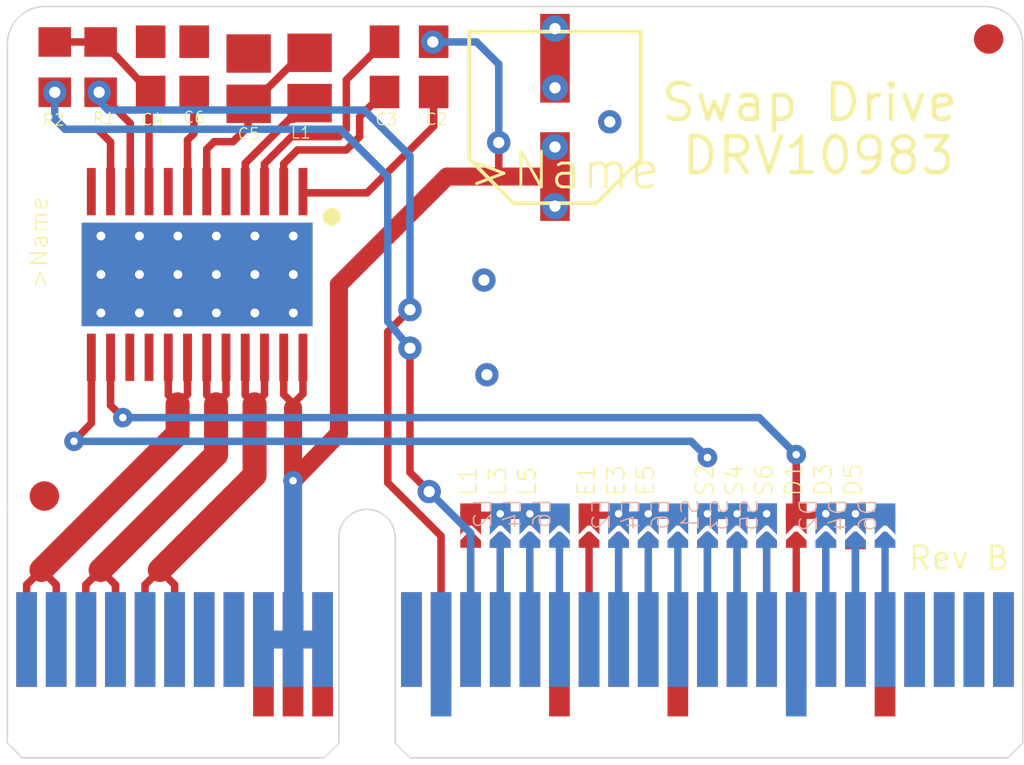
<source format=kicad_pcb>
(kicad_pcb (version 20171130) (host pcbnew "(5.1.10)-1")

  (general
    (thickness 1.6)
    (drawings 9)
    (tracks 146)
    (zones 0)
    (modules 13)
    (nets 17)
  )

  (page A4)
  (layers
    (0 Top signal)
    (31 Bottom signal)
    (32 B.Adhes user)
    (33 F.Adhes user)
    (34 B.Paste user)
    (35 F.Paste user)
    (36 B.SilkS user)
    (37 F.SilkS user)
    (38 B.Mask user)
    (39 F.Mask user)
    (40 Dwgs.User user)
    (41 Cmts.User user)
    (42 Eco1.User user)
    (43 Eco2.User user)
    (44 Edge.Cuts user)
    (45 Margin user)
    (46 B.CrtYd user)
    (47 F.CrtYd user)
    (48 B.Fab user)
    (49 F.Fab user)
  )

  (setup
    (last_trace_width 0.25)
    (trace_clearance 0.2)
    (zone_clearance 0.508)
    (zone_45_only no)
    (trace_min 0.2)
    (via_size 0.8)
    (via_drill 0.4)
    (via_min_size 0.4)
    (via_min_drill 0.254)
    (uvia_size 0.3)
    (uvia_drill 0.1)
    (uvias_allowed no)
    (uvia_min_size 0.2)
    (uvia_min_drill 0.1)
    (edge_width 0.05)
    (segment_width 0.2)
    (pcb_text_width 0.3)
    (pcb_text_size 1.5 1.5)
    (mod_edge_width 0.12)
    (mod_text_size 1 1)
    (mod_text_width 0.15)
    (pad_size 1.524 1.524)
    (pad_drill 0.762)
    (pad_to_mask_clearance 0)
    (aux_axis_origin 0 0)
    (visible_elements FFFFFF7F)
    (pcbplotparams
      (layerselection 0x010fc_ffffffff)
      (usegerberextensions false)
      (usegerberattributes true)
      (usegerberadvancedattributes true)
      (creategerberjobfile true)
      (excludeedgelayer true)
      (linewidth 0.100000)
      (plotframeref false)
      (viasonmask false)
      (mode 1)
      (useauxorigin false)
      (hpglpennumber 1)
      (hpglpenspeed 20)
      (hpglpendiameter 15.000000)
      (psnegative false)
      (psa4output false)
      (plotreference true)
      (plotvalue true)
      (plotinvisibletext false)
      (padsonsilk false)
      (subtractmaskfromsilk false)
      (outputformat 1)
      (mirror false)
      (drillshape 1)
      (scaleselection 1)
      (outputdirectory ""))
  )

  (net 0 "")
  (net 1 U)
  (net 2 V)
  (net 3 W)
  (net 4 GND)
  (net 5 VCC)
  (net 6 DIR)
  (net 7 PWM)
  (net 8 N$1)
  (net 9 N$2)
  (net 10 N$3)
  (net 11 N$6)
  (net 12 V3P3)
  (net 13 SCL)
  (net 14 SDA)
  (net 15 SW)
  (net 16 VREG)

  (net_class Default "This is the default net class."
    (clearance 0.2)
    (trace_width 0.25)
    (via_dia 0.8)
    (via_drill 0.4)
    (uvia_dia 0.3)
    (uvia_drill 0.1)
    (add_net DIR)
    (add_net GND)
    (add_net N$1)
    (add_net N$2)
    (add_net N$3)
    (add_net N$6)
    (add_net PWM)
    (add_net SCL)
    (add_net SDA)
    (add_net SW)
    (add_net U)
    (add_net V)
    (add_net V3P3)
    (add_net VCC)
    (add_net VREG)
    (add_net W)
  )

  (module DRV10983%20Rev%20B.brd:PCIE_64_SMART_BOARD (layer Top) (tedit 0) (tstamp 60D3688B)
    (at 131.3511 117.7036)
    (fp_text reference U$1 (at 0 0) (layer F.SilkS) hide
      (effects (font (size 1.27 1.27) (thickness 0.15)))
    )
    (fp_text value "" (at 0 0) (layer F.SilkS) hide
      (effects (font (size 1.27 1.27) (thickness 0.15)))
    )
    (fp_line (start 29.65 -8.2) (end 27.6 -8.2) (layer Bottom) (width 0.25))
    (fp_line (start 25.7 -8.2) (end 23.65 -8.2) (layer Bottom) (width 0.25))
    (fp_line (start 22.65 -8.2) (end 20.6 -8.2) (layer Bottom) (width 0.25))
    (fp_line (start 18.65 -8.2) (end 16.6 -8.2) (layer Bottom) (width 0.25))
    (fp_line (start 26.7 -8.2) (end 28.7 -8.2) (layer Top) (width 0.25))
    (fp_line (start 23.7 -8.2) (end 25.7 -8.2) (layer Top) (width 0.25))
    (fp_line (start 21.7 -8.2) (end 19.65 -8.2) (layer Top) (width 0.25))
    (fp_line (start 17.65 -8.2) (end 15.6 -8.2) (layer Top) (width 0.25))
    (fp_poly (pts (xy 29.3 -8.6) (xy 30 -8.6) (xy 30 -7.1) (xy 29.3 -7.1)) (layer B.Mask) (width 0))
    (fp_poly (pts (xy 28.3 -8.6) (xy 29 -8.6) (xy 29 -7.1) (xy 28.3 -7.1)) (layer B.Mask) (width 0))
    (fp_poly (pts (xy 27.3 -8.6) (xy 28 -8.6) (xy 28 -7.1) (xy 27.3 -7.1)) (layer B.Mask) (width 0))
    (fp_poly (pts (xy 25.3 -8.6) (xy 26 -8.6) (xy 26 -7.1) (xy 25.3 -7.1)) (layer B.Mask) (width 0))
    (fp_poly (pts (xy 24.3 -8.6) (xy 25 -8.6) (xy 25 -7.1) (xy 24.3 -7.1)) (layer B.Mask) (width 0))
    (fp_poly (pts (xy 23.3 -8.6) (xy 24 -8.6) (xy 24 -7.1) (xy 23.3 -7.1)) (layer B.Mask) (width 0))
    (fp_poly (pts (xy 22.3 -8.6) (xy 23 -8.6) (xy 23 -7.1) (xy 22.3 -7.1)) (layer B.Mask) (width 0))
    (fp_poly (pts (xy 21.3 -8.6) (xy 22 -8.6) (xy 22 -7.1) (xy 21.3 -7.1)) (layer B.Mask) (width 0))
    (fp_poly (pts (xy 20.3 -8.6) (xy 21 -8.6) (xy 21 -7.1) (xy 20.3 -7.1)) (layer B.Mask) (width 0))
    (fp_poly (pts (xy 18.3 -8.6) (xy 19 -8.6) (xy 19 -7.1) (xy 18.3 -7.1)) (layer B.Mask) (width 0))
    (fp_poly (pts (xy 17.3 -8.6) (xy 18 -8.6) (xy 18 -7.1) (xy 17.3 -7.1)) (layer B.Mask) (width 0))
    (fp_poly (pts (xy 16.3 -8.6) (xy 17 -8.6) (xy 17 -7.1) (xy 16.3 -7.1)) (layer B.Mask) (width 0))
    (fp_poly (pts (xy 28.3 -8.6) (xy 29 -8.6) (xy 29 -7.1) (xy 28.3 -7.1)) (layer F.Mask) (width 0))
    (fp_poly (pts (xy 27.3 -8.6) (xy 28 -8.6) (xy 28 -7.1) (xy 27.3 -7.1)) (layer F.Mask) (width 0))
    (fp_poly (pts (xy 26.3 -8.6) (xy 27 -8.6) (xy 27 -7.1) (xy 26.3 -7.1)) (layer F.Mask) (width 0))
    (fp_poly (pts (xy 25.3 -8.6) (xy 26 -8.6) (xy 26 -7.1) (xy 25.3 -7.1)) (layer F.Mask) (width 0))
    (fp_poly (pts (xy 24.3 -8.6) (xy 25 -8.6) (xy 25 -7.1) (xy 24.3 -7.1)) (layer F.Mask) (width 0))
    (fp_poly (pts (xy 23.3 -8.6) (xy 24 -8.6) (xy 24 -7.1) (xy 23.3 -7.1)) (layer F.Mask) (width 0))
    (fp_poly (pts (xy 21.3 -8.6) (xy 22 -8.6) (xy 22 -7.1) (xy 21.3 -7.1)) (layer F.Mask) (width 0))
    (fp_poly (pts (xy 20.3 -8.6) (xy 21 -8.6) (xy 21 -7.1) (xy 20.3 -7.1)) (layer F.Mask) (width 0))
    (fp_poly (pts (xy 19.3 -8.6) (xy 20 -8.6) (xy 20 -7.1) (xy 19.3 -7.1)) (layer F.Mask) (width 0))
    (fp_poly (pts (xy 17.3 -8.6) (xy 18 -8.6) (xy 18 -7.1) (xy 17.3 -7.1)) (layer F.Mask) (width 0))
    (fp_poly (pts (xy 16.3 -8.6) (xy 17 -8.6) (xy 17 -7.1) (xy 16.3 -7.1)) (layer F.Mask) (width 0))
    (fp_poly (pts (xy 15.3 -8.6) (xy 16 -8.6) (xy 16 -7.1) (xy 15.3 -7.1)) (layer F.Mask) (width 0))
    (fp_line (start 29.65 -5.55) (end 29.65 -7.15) (layer Bottom) (width 0.25))
    (fp_line (start 28.65 -7.15) (end 28.65 -5.55) (layer Bottom) (width 0.25))
    (fp_line (start 27.65 -7.15) (end 27.65 -5.55) (layer Bottom) (width 0.25))
    (fp_line (start 25.65 -7.15) (end 25.65 -5.55) (layer Bottom) (width 0.25))
    (fp_line (start 24.65 -7.15) (end 24.65 -5.55) (layer Bottom) (width 0.25))
    (fp_line (start 23.65 -5.55) (end 23.65 -7.15) (layer Bottom) (width 0.25))
    (fp_line (start 22.65 -7.15) (end 22.65 -5.55) (layer Bottom) (width 0.25))
    (fp_line (start 21.65 -5.55) (end 21.65 -7.15) (layer Bottom) (width 0.25))
    (fp_line (start 20.65 -7.15) (end 20.65 -5.55) (layer Bottom) (width 0.25))
    (fp_line (start 18.65 -7.15) (end 18.65 -5.55) (layer Bottom) (width 0.25))
    (fp_line (start 17.65 -5.55) (end 17.65 -7.15) (layer Bottom) (width 0.25))
    (fp_line (start 16.65 -7.15) (end 16.65 -5.55) (layer Bottom) (width 0.25))
    (fp_line (start 28.65 -7.1) (end 28.65 -5.55) (layer Top) (width 0.25))
    (fp_line (start 28.7 -7.1) (end 28.65 -7.1) (layer Top) (width 0.127))
    (fp_line (start 27.65 -7.15) (end 27.65 -5.55) (layer Top) (width 0.25))
    (fp_line (start 26.65 -7.15) (end 26.65 -5.55) (layer Top) (width 0.25))
    (fp_line (start 25.65 -7.15) (end 25.65 -5.55) (layer Top) (width 0.25))
    (fp_line (start 24.65 -7.15) (end 24.65 -5.55) (layer Top) (width 0.25))
    (fp_line (start 23.65 -7.15) (end 23.65 -5.55) (layer Top) (width 0.25))
    (fp_line (start 21.65 -7.15) (end 21.65 -5.55) (layer Top) (width 0.25))
    (fp_line (start 20.65 -7.15) (end 20.65 -5.55) (layer Top) (width 0.25))
    (fp_line (start 19.65 -7.15) (end 19.65 -5.55) (layer Top) (width 0.25))
    (fp_line (start 17.65 -7.15) (end 17.65 -5.55) (layer Top) (width 0.25))
    (fp_line (start 16.65 -7.15) (end 16.65 -5.55) (layer Top) (width 0.25))
    (fp_line (start 15.65 -7.15) (end 15.65 -5.55) (layer Top) (width 0.25))
    (fp_text user L5 (at 17.9 -8.8 90) (layer F.SilkS)
      (effects (font (size 0.57912 0.57912) (thickness 0.048768)) (justify left bottom))
    )
    (fp_text user L3 (at 16.9 -8.8 90) (layer F.SilkS)
      (effects (font (size 0.57912 0.57912) (thickness 0.048768)) (justify left bottom))
    )
    (fp_text user L1 (at 15.9 -8.8 90) (layer F.SilkS)
      (effects (font (size 0.57912 0.57912) (thickness 0.048768)) (justify left bottom))
    )
    (fp_poly (pts (xy 17.3 -7.35) (xy 17.6 -7.65) (xy 17.7 -7.65) (xy 18 -7.35)
      (xy 18 -7.1) (xy 17.3 -7.1)) (layer Top) (width 0))
    (fp_poly (pts (xy 16.3 -7.35) (xy 16.6 -7.65) (xy 16.7 -7.65) (xy 17 -7.35)
      (xy 17 -7.1) (xy 16.3 -7.1)) (layer Top) (width 0))
    (fp_poly (pts (xy 15.3 -7.35) (xy 15.6 -7.65) (xy 15.7 -7.65) (xy 16 -7.35)
      (xy 16 -7.1) (xy 15.3 -7.1)) (layer Top) (width 0))
    (fp_poly (pts (xy 17.3 -8.6) (xy 17.3 -7.55) (xy 17.6 -7.85) (xy 17.7 -7.85)
      (xy 18 -7.55) (xy 18 -8.6)) (layer Top) (width 0))
    (fp_poly (pts (xy 16.3 -8.6) (xy 16.3 -7.55) (xy 16.6 -7.85) (xy 16.7 -7.85)
      (xy 17 -7.55) (xy 17 -8.6)) (layer Top) (width 0))
    (fp_poly (pts (xy 15.3 -8.6) (xy 15.3 -7.55) (xy 15.6 -7.85) (xy 15.7 -7.85)
      (xy 16 -7.55) (xy 16 -8.6)) (layer Top) (width 0))
    (fp_text user L6 (at 18.4 -8.8 -90) (layer B.SilkS)
      (effects (font (size 0.57912 0.57912) (thickness 0.048768)) (justify left bottom mirror))
    )
    (fp_text user L4 (at 17.4 -8.8 -90) (layer B.SilkS)
      (effects (font (size 0.57912 0.57912) (thickness 0.048768)) (justify left bottom mirror))
    )
    (fp_text user L2 (at 16.4 -8.8 -90) (layer B.SilkS)
      (effects (font (size 0.57912 0.57912) (thickness 0.048768)) (justify left bottom mirror))
    )
    (fp_poly (pts (xy 18.3 -7.35) (xy 18.6 -7.65) (xy 18.7 -7.65) (xy 19 -7.35)
      (xy 19 -7.1) (xy 18.3 -7.1)) (layer Bottom) (width 0))
    (fp_poly (pts (xy 17.3 -7.35) (xy 17.6 -7.65) (xy 17.7 -7.65) (xy 18 -7.35)
      (xy 18 -7.1) (xy 17.3 -7.1)) (layer Bottom) (width 0))
    (fp_poly (pts (xy 16.3 -7.35) (xy 16.6 -7.65) (xy 16.7 -7.65) (xy 17 -7.35)
      (xy 17 -7.1) (xy 16.3 -7.1)) (layer Bottom) (width 0))
    (fp_poly (pts (xy 18.3 -8.6) (xy 18.3 -7.55) (xy 18.6 -7.85) (xy 18.7 -7.85)
      (xy 19 -7.55) (xy 19 -8.6)) (layer Bottom) (width 0))
    (fp_poly (pts (xy 17.3 -8.6) (xy 17.3 -7.55) (xy 17.6 -7.85) (xy 17.7 -7.85)
      (xy 18 -7.55) (xy 18 -8.6)) (layer Bottom) (width 0))
    (fp_poly (pts (xy 16.3 -8.6) (xy 16.3 -7.55) (xy 16.6 -7.85) (xy 16.7 -7.85)
      (xy 17 -7.55) (xy 17 -8.6)) (layer Bottom) (width 0))
    (fp_text user D6 (at 29.4 -8.8 -90) (layer B.SilkS)
      (effects (font (size 0.57912 0.57912) (thickness 0.048768)) (justify left bottom mirror))
    )
    (fp_text user D4 (at 28.4 -8.8 -90) (layer B.SilkS)
      (effects (font (size 0.57912 0.57912) (thickness 0.048768)) (justify left bottom mirror))
    )
    (fp_text user D2 (at 27.4 -8.8 -90) (layer B.SilkS)
      (effects (font (size 0.57912 0.57912) (thickness 0.048768)) (justify left bottom mirror))
    )
    (fp_text user S5 (at 25.4 -8.8 -90) (layer B.SilkS)
      (effects (font (size 0.57912 0.57912) (thickness 0.048768)) (justify left bottom mirror))
    )
    (fp_text user S3 (at 24.4 -8.8 -90) (layer B.SilkS)
      (effects (font (size 0.57912 0.57912) (thickness 0.048768)) (justify left bottom mirror))
    )
    (fp_text user S1 (at 23.4 -8.8 -90) (layer B.SilkS)
      (effects (font (size 0.57912 0.57912) (thickness 0.048768)) (justify left bottom mirror))
    )
    (fp_text user E6 (at 22.4 -8.8 -90) (layer B.SilkS)
      (effects (font (size 0.57912 0.57912) (thickness 0.048768)) (justify left bottom mirror))
    )
    (fp_text user E4 (at 21.4 -8.8 -90) (layer B.SilkS)
      (effects (font (size 0.57912 0.57912) (thickness 0.048768)) (justify left bottom mirror))
    )
    (fp_text user E2 (at 20.4 -8.8 -90) (layer B.SilkS)
      (effects (font (size 0.57912 0.57912) (thickness 0.048768)) (justify left bottom mirror))
    )
    (fp_text user D5 (at 28.9 -8.8 90) (layer F.SilkS)
      (effects (font (size 0.57912 0.57912) (thickness 0.048768)) (justify left bottom))
    )
    (fp_text user D3 (at 27.9 -8.8 90) (layer F.SilkS)
      (effects (font (size 0.57912 0.57912) (thickness 0.048768)) (justify left bottom))
    )
    (fp_text user D1 (at 26.9 -8.8 90) (layer F.SilkS)
      (effects (font (size 0.57912 0.57912) (thickness 0.048768)) (justify left bottom))
    )
    (fp_text user S6 (at 25.9 -8.8 90) (layer F.SilkS)
      (effects (font (size 0.57912 0.57912) (thickness 0.048768)) (justify left bottom))
    )
    (fp_text user S4 (at 24.9 -8.8 90) (layer F.SilkS)
      (effects (font (size 0.57912 0.57912) (thickness 0.048768)) (justify left bottom))
    )
    (fp_text user S2 (at 23.9 -8.8 90) (layer F.SilkS)
      (effects (font (size 0.57912 0.57912) (thickness 0.048768)) (justify left bottom))
    )
    (fp_text user E5 (at 21.9 -8.8 90) (layer F.SilkS)
      (effects (font (size 0.57912 0.57912) (thickness 0.048768)) (justify left bottom))
    )
    (fp_text user E3 (at 20.9 -8.8 90) (layer F.SilkS)
      (effects (font (size 0.57912 0.57912) (thickness 0.048768)) (justify left bottom))
    )
    (fp_text user E1 (at 19.9 -8.8 90) (layer F.SilkS)
      (effects (font (size 0.57912 0.57912) (thickness 0.048768)) (justify left bottom))
    )
    (fp_poly (pts (xy 20.3 -8.6) (xy 20.3 -7.55) (xy 20.6 -7.85) (xy 20.7 -7.85)
      (xy 21 -7.55) (xy 21 -8.6)) (layer Bottom) (width 0))
    (fp_poly (pts (xy 21.3 -8.6) (xy 21.3 -7.55) (xy 21.6 -7.85) (xy 21.7 -7.85)
      (xy 22 -7.55) (xy 22 -8.6)) (layer Bottom) (width 0))
    (fp_poly (pts (xy 22.3 -8.6) (xy 22.3 -7.55) (xy 22.6 -7.85) (xy 22.7 -7.85)
      (xy 23 -7.55) (xy 23 -8.6)) (layer Bottom) (width 0))
    (fp_poly (pts (xy 23.3 -8.6) (xy 23.3 -7.55) (xy 23.6 -7.85) (xy 23.7 -7.85)
      (xy 24 -7.55) (xy 24 -8.6)) (layer Bottom) (width 0))
    (fp_poly (pts (xy 24.3 -8.6) (xy 24.3 -7.55) (xy 24.6 -7.85) (xy 24.7 -7.85)
      (xy 25 -7.55) (xy 25 -8.6)) (layer Bottom) (width 0))
    (fp_poly (pts (xy 25.3 -8.6) (xy 25.3 -7.55) (xy 25.6 -7.85) (xy 25.7 -7.85)
      (xy 26 -7.55) (xy 26 -8.6)) (layer Bottom) (width 0))
    (fp_poly (pts (xy 27.3 -8.6) (xy 27.3 -7.55) (xy 27.6 -7.85) (xy 27.7 -7.85)
      (xy 28 -7.55) (xy 28 -8.6)) (layer Bottom) (width 0))
    (fp_poly (pts (xy 28.3 -8.6) (xy 28.3 -7.55) (xy 28.6 -7.85) (xy 28.7 -7.85)
      (xy 29 -7.55) (xy 29 -8.6)) (layer Bottom) (width 0))
    (fp_poly (pts (xy 29.3 -8.6) (xy 29.3 -7.55) (xy 29.6 -7.85) (xy 29.7 -7.85)
      (xy 30 -7.55) (xy 30 -8.6)) (layer Bottom) (width 0))
    (fp_poly (pts (xy 28.3 -8.6) (xy 28.3 -7.55) (xy 28.6 -7.85) (xy 28.7 -7.85)
      (xy 29 -7.55) (xy 29 -8.6)) (layer Top) (width 0))
    (fp_poly (pts (xy 27.3 -8.6) (xy 27.3 -7.55) (xy 27.6 -7.85) (xy 27.7 -7.85)
      (xy 28 -7.55) (xy 28 -8.6)) (layer Top) (width 0))
    (fp_poly (pts (xy 26.3 -8.6) (xy 26.3 -7.55) (xy 26.6 -7.85) (xy 26.7 -7.85)
      (xy 27 -7.55) (xy 27 -8.6)) (layer Top) (width 0))
    (fp_poly (pts (xy 25.3 -8.6) (xy 25.3 -7.55) (xy 25.6 -7.85) (xy 25.7 -7.85)
      (xy 26 -7.55) (xy 26 -8.6)) (layer Top) (width 0))
    (fp_poly (pts (xy 24.3 -8.6) (xy 24.3 -7.55) (xy 24.6 -7.85) (xy 24.7 -7.85)
      (xy 25 -7.55) (xy 25 -8.6)) (layer Top) (width 0))
    (fp_poly (pts (xy 23.3 -8.6) (xy 23.3 -7.55) (xy 23.6 -7.85) (xy 23.7 -7.85)
      (xy 24 -7.55) (xy 24 -8.6)) (layer Top) (width 0))
    (fp_poly (pts (xy 21.3 -8.6) (xy 21.3 -7.55) (xy 21.6 -7.85) (xy 21.7 -7.85)
      (xy 22 -7.55) (xy 22 -8.6)) (layer Top) (width 0))
    (fp_poly (pts (xy 20.3 -8.6) (xy 20.3 -7.55) (xy 20.6 -7.85) (xy 20.7 -7.85)
      (xy 21 -7.55) (xy 21 -8.6)) (layer Top) (width 0))
    (fp_poly (pts (xy 19.3 -8.6) (xy 19.3 -7.55) (xy 19.6 -7.85) (xy 19.7 -7.85)
      (xy 20 -7.55) (xy 20 -8.6)) (layer Top) (width 0))
    (fp_poly (pts (xy 22.3 -7.35) (xy 22.6 -7.65) (xy 22.7 -7.65) (xy 23 -7.35)
      (xy 23 -7.1) (xy 22.3 -7.1)) (layer Bottom) (width 0))
    (fp_poly (pts (xy 21.3 -7.35) (xy 21.6 -7.65) (xy 21.7 -7.65) (xy 22 -7.35)
      (xy 22 -7.1) (xy 21.3 -7.1)) (layer Bottom) (width 0))
    (fp_poly (pts (xy 20.3 -7.35) (xy 20.6 -7.65) (xy 20.7 -7.65) (xy 21 -7.35)
      (xy 21 -7.1) (xy 20.3 -7.1)) (layer Bottom) (width 0))
    (fp_poly (pts (xy 29.3 -7.35) (xy 29.6 -7.65) (xy 29.7 -7.65) (xy 30 -7.35)
      (xy 30 -7.1) (xy 29.3 -7.1)) (layer Bottom) (width 0))
    (fp_poly (pts (xy 23.3 -7.35) (xy 23.6 -7.65) (xy 23.7 -7.65) (xy 24 -7.35)
      (xy 24 -7.1) (xy 23.3 -7.1)) (layer Bottom) (width 0))
    (fp_poly (pts (xy 24.3 -7.35) (xy 24.6 -7.65) (xy 24.7 -7.65) (xy 25 -7.35)
      (xy 25 -7.1) (xy 24.3 -7.1)) (layer Bottom) (width 0))
    (fp_poly (pts (xy 25.3 -7.35) (xy 25.6 -7.65) (xy 25.7 -7.65) (xy 26 -7.35)
      (xy 26 -7.1) (xy 25.3 -7.1)) (layer Bottom) (width 0))
    (fp_poly (pts (xy 27.3 -7.35) (xy 27.6 -7.65) (xy 27.7 -7.65) (xy 28 -7.35)
      (xy 28 -7.1) (xy 27.3 -7.1)) (layer Bottom) (width 0))
    (fp_poly (pts (xy 28.3 -7.35) (xy 28.6 -7.65) (xy 28.7 -7.65) (xy 29 -7.35)
      (xy 29 -7.1) (xy 28.3 -7.1)) (layer Bottom) (width 0))
    (fp_poly (pts (xy 28.3 -7.35) (xy 28.6 -7.65) (xy 28.7 -7.65) (xy 29 -7.35)
      (xy 29 -7.05) (xy 28.3 -7.05)) (layer Top) (width 0))
    (fp_poly (pts (xy 27.3 -7.35) (xy 27.6 -7.65) (xy 27.7 -7.65) (xy 28 -7.35)
      (xy 28 -7.1) (xy 27.3 -7.1)) (layer Top) (width 0))
    (fp_poly (pts (xy 26.3 -7.35) (xy 26.6 -7.65) (xy 26.7 -7.65) (xy 27 -7.35)
      (xy 27 -7.1) (xy 26.3 -7.1)) (layer Top) (width 0))
    (fp_poly (pts (xy 25.3 -7.35) (xy 25.6 -7.65) (xy 25.7 -7.65) (xy 26 -7.35)
      (xy 26 -7.1) (xy 25.3 -7.1)) (layer Top) (width 0))
    (fp_poly (pts (xy 24.3 -7.35) (xy 24.6 -7.65) (xy 24.7 -7.65) (xy 25 -7.35)
      (xy 25 -7.1) (xy 24.3 -7.1)) (layer Top) (width 0))
    (fp_poly (pts (xy 23.3 -7.35) (xy 23.6 -7.65) (xy 23.7 -7.65) (xy 24 -7.35)
      (xy 24 -7.1) (xy 23.3 -7.1)) (layer Top) (width 0))
    (fp_poly (pts (xy 19.3 -7.35) (xy 19.6 -7.65) (xy 19.7 -7.65) (xy 20 -7.35)
      (xy 20 -7.1) (xy 19.3 -7.1)) (layer Top) (width 0))
    (fp_poly (pts (xy 20.3 -7.35) (xy 20.6 -7.65) (xy 20.7 -7.65) (xy 21 -7.35)
      (xy 21 -7.1) (xy 20.3 -7.1)) (layer Top) (width 0))
    (fp_poly (pts (xy 21.3 -7.35) (xy 21.6 -7.65) (xy 21.7 -7.65) (xy 22 -7.35)
      (xy 22 -7.1) (xy 21.3 -7.1)) (layer Top) (width 0))
    (fp_line (start 13.1 -1.4) (end 34.3 -1.4) (layer F.Fab) (width 0.127))
    (fp_line (start 0 -1.4) (end 11.2 -1.4) (layer F.Fab) (width 0.127))
    (fp_line (start 34.3 -0.5) (end 34.3 -8.4) (layer Edge.Cuts) (width 0.05))
    (fp_line (start 33.8 0) (end 34.3 -0.5) (layer Edge.Cuts) (width 0.05))
    (fp_line (start 13.6 0) (end 33.8 0) (layer Edge.Cuts) (width 0.05))
    (fp_line (start 13.1 -0.5) (end 13.6 0) (layer Edge.Cuts) (width 0.05))
    (fp_line (start 13.1 -7.45) (end 13.1 -0.5) (layer Edge.Cuts) (width 0.05))
    (fp_arc (start 12.15 -7.45) (end 12.15 -8.4) (angle 90) (layer Edge.Cuts) (width 0.05))
    (fp_arc (start 12.15 -7.45) (end 11.2 -7.45) (angle 90) (layer Edge.Cuts) (width 0.05))
    (fp_line (start 11.2 -0.5) (end 11.2 -7.45) (layer Edge.Cuts) (width 0.05))
    (fp_line (start 10.7 0) (end 11.2 -0.5) (layer Edge.Cuts) (width 0.05))
    (fp_line (start 0.5 0) (end 10.7 0) (layer Edge.Cuts) (width 0.05))
    (fp_line (start 0 -0.5) (end 0.5 0) (layer Edge.Cuts) (width 0.05))
    (fp_line (start 0 -8.4) (end 0 -0.5) (layer Edge.Cuts) (width 0.05))
    (pad P$70 thru_hole circle (at 25.65 -8.25 90) (size 0.3048 0.3048) (drill 0.254) (layers *.Cu *.Mask)
      (solder_mask_margin 0.1016))
    (pad P$69 thru_hole circle (at 28.65 -8.25 90) (size 0.3048 0.3048) (drill 0.254) (layers *.Cu *.Mask)
      (solder_mask_margin 0.1016))
    (pad P$68 thru_hole circle (at 27.65 -8.25 90) (size 0.3048 0.3048) (drill 0.254) (layers *.Cu *.Mask)
      (solder_mask_margin 0.1016))
    (pad P$67 thru_hole circle (at 24.65 -8.25 90) (size 0.3048 0.3048) (drill 0.254) (layers *.Cu *.Mask)
      (solder_mask_margin 0.1016))
    (pad P$66 thru_hole circle (at 23.65 -8.25 90) (size 0.3048 0.3048) (drill 0.254) (layers *.Cu *.Mask)
      (solder_mask_margin 0.1016))
    (pad P$65 thru_hole circle (at 20.65 -8.25 90) (size 0.3048 0.3048) (drill 0.254) (layers *.Cu *.Mask)
      (solder_mask_margin 0.1016) (zone_connect 2))
    (pad P$41 thru_hole circle (at 21.65 -8.25 90) (size 0.3048 0.3048) (drill 0.254) (layers *.Cu *.Mask)
      (solder_mask_margin 0.1016))
    (pad P$43 thru_hole circle (at 16.65 -8.25 90) (size 0.3048 0.3048) (drill 0.254) (layers *.Cu *.Mask)
      (solder_mask_margin 0.1016))
    (pad P$42 thru_hole circle (at 17.65 -8.25 90) (size 0.3048 0.3048) (drill 0.254) (layers *.Cu *.Mask)
      (solder_mask_margin 0.1016))
    (pad P$48@1 smd rect (at 17.65 -8.2) (size 0.7 0.4) (layers Top F.Mask)
      (solder_mask_margin 0.1016))
    (pad P$47@1 smd rect (at 16.65 -8.2) (size 0.7 0.4) (layers Top F.Mask)
      (solder_mask_margin 0.1016))
    (pad P$46@1 smd rect (at 15.65 -8.2) (size 0.7 0.4) (layers Top F.Mask)
      (solder_mask_margin 0.1016) (zone_connect 2))
    (pad P$17@1 smd rect (at 18.65 -8.2 180) (size 0.7 0.4) (layers Bottom B.Mask)
      (solder_mask_margin 0.1016))
    (pad P$16@1 smd rect (at 17.65 -8.2 180) (size 0.7 0.4) (layers Bottom B.Mask)
      (solder_mask_margin 0.1016))
    (pad P$15@1 smd rect (at 16.65 -8.2 180) (size 0.7 0.4) (layers Bottom B.Mask)
      (solder_mask_margin 0.1016))
    (pad P$59@1 smd rect (at 28.65 -8.2) (size 0.7 0.4) (layers Top F.Mask)
      (solder_mask_margin 0.1016))
    (pad P$58@1 smd rect (at 27.65 -8.2) (size 0.7 0.4) (layers Top F.Mask)
      (solder_mask_margin 0.1016))
    (pad P$57@1 smd rect (at 26.65 -8.2) (size 0.7 0.4) (layers Top F.Mask)
      (net 6 DIR) (solder_mask_margin 0.1016))
    (pad P$56@1 smd rect (at 25.65 -8.2) (size 0.7 0.4) (layers Top F.Mask)
      (solder_mask_margin 0.1016))
    (pad P$55@1 smd rect (at 24.65 -8.2) (size 0.7 0.4) (layers Top F.Mask)
      (solder_mask_margin 0.1016))
    (pad P$54@1 smd rect (at 23.65 -8.2) (size 0.7 0.4) (layers Top F.Mask)
      (solder_mask_margin 0.1016))
    (pad P$52@1 smd rect (at 21.65 -8.2) (size 0.7 0.4) (layers Top F.Mask)
      (solder_mask_margin 0.1016))
    (pad P$51@1 smd rect (at 20.65 -8.2) (size 0.7 0.4) (layers Top F.Mask)
      (solder_mask_margin 0.1016))
    (pad P$50@1 smd rect (at 19.65 -8.2) (size 0.7 0.4) (layers Top F.Mask)
      (solder_mask_margin 0.1016))
    (pad P$28@1 smd rect (at 29.65 -8.2) (size 0.7 0.4) (layers Bottom B.Mask)
      (solder_mask_margin 0.1016))
    (pad P$27@1 smd rect (at 28.65 -8.2) (size 0.7 0.4) (layers Bottom B.Mask)
      (solder_mask_margin 0.1016))
    (pad P$26@1 smd rect (at 27.65 -8.2) (size 0.7 0.4) (layers Bottom B.Mask)
      (solder_mask_margin 0.1016))
    (pad P$24@1 smd rect (at 25.65 -8.2) (size 0.7 0.4) (layers Bottom B.Mask)
      (solder_mask_margin 0.1016))
    (pad P$23@1 smd rect (at 24.65 -8.2) (size 0.7 0.4) (layers Bottom B.Mask)
      (solder_mask_margin 0.1016))
    (pad P$22@1 smd rect (at 23.65 -8.2) (size 0.7 0.4) (layers Bottom B.Mask)
      (net 7 PWM) (solder_mask_margin 0.1016))
    (pad P$21@1 smd rect (at 22.65 -8.2) (size 0.7 0.4) (layers Bottom B.Mask)
      (solder_mask_margin 0.1016))
    (pad P$20@1 smd rect (at 21.65 -8.2) (size 0.7 0.4) (layers Bottom B.Mask)
      (solder_mask_margin 0.1016))
    (pad P$19@1 smd rect (at 20.65 -8.2) (size 0.7 0.4) (layers Bottom B.Mask)
      (solder_mask_margin 0.1016))
    (pad P$64 smd rect (at 33.65 -4 180) (size 0.7 3.2) (layers Top F.Mask)
      (solder_mask_margin 0.1016))
    (pad P$63 smd rect (at 32.65 -4 180) (size 0.7 3.2) (layers Top F.Mask)
      (solder_mask_margin 0.1016))
    (pad P$62 smd rect (at 31.65 -4 180) (size 0.7 3.2) (layers Top F.Mask)
      (solder_mask_margin 0.1016))
    (pad P$61 smd rect (at 30.65 -4 180) (size 0.7 3.2) (layers Top F.Mask)
      (solder_mask_margin 0.1016))
    (pad P$60 smd rect (at 29.65 -3.5 180) (size 0.7 4.2) (layers Top F.Mask)
      (net 4 GND) (solder_mask_margin 0.1016))
    (pad P$59 smd rect (at 28.65 -4 180) (size 0.7 3.2) (layers Top F.Mask)
      (solder_mask_margin 0.1016))
    (pad P$58 smd rect (at 27.65 -4 180) (size 0.7 3.2) (layers Top F.Mask)
      (solder_mask_margin 0.1016))
    (pad P$57 smd rect (at 26.65 -4 180) (size 0.7 3.2) (layers Top F.Mask)
      (solder_mask_margin 0.1016))
    (pad P$56 smd rect (at 25.65 -4 180) (size 0.7 3.2) (layers Top F.Mask)
      (solder_mask_margin 0.1016))
    (pad P$55 smd rect (at 24.65 -4 180) (size 0.7 3.2) (layers Top F.Mask)
      (solder_mask_margin 0.1016))
    (pad P$54 smd rect (at 23.65 -4 180) (size 0.7 3.2) (layers Top F.Mask)
      (solder_mask_margin 0.1016))
    (pad P$53 smd rect (at 22.65 -3.5 180) (size 0.7 4.2) (layers Top F.Mask)
      (net 4 GND) (solder_mask_margin 0.1016))
    (pad P$52 smd rect (at 21.65 -4 180) (size 0.7 3.2) (layers Top F.Mask)
      (solder_mask_margin 0.1016))
    (pad P$51 smd rect (at 20.65 -4 180) (size 0.7 3.2) (layers Top F.Mask)
      (solder_mask_margin 0.1016))
    (pad P$50 smd rect (at 19.65 -4 180) (size 0.7 3.2) (layers Top F.Mask)
      (solder_mask_margin 0.1016))
    (pad P$49 smd rect (at 18.65 -3.5 180) (size 0.7 4.2) (layers Top F.Mask)
      (net 4 GND) (solder_mask_margin 0.1016))
    (pad P$48 smd rect (at 17.65 -4 180) (size 0.7 3.2) (layers Top F.Mask)
      (solder_mask_margin 0.1016))
    (pad P$47 smd rect (at 16.65 -4 180) (size 0.7 3.2) (layers Top F.Mask)
      (solder_mask_margin 0.1016))
    (pad P$46 smd rect (at 15.65 -4 180) (size 0.7 3.2) (layers Top F.Mask)
      (solder_mask_margin 0.1016))
    (pad P$45 smd rect (at 14.65 -4 180) (size 0.7 3.2) (layers Top F.Mask)
      (net 13 SCL) (solder_mask_margin 0.1016))
    (pad P$44 smd rect (at 13.65 -4 180) (size 0.7 3.2) (layers Top F.Mask)
      (solder_mask_margin 0.1016))
    (pad GND@3 smd rect (at 10.65 -3.5 180) (size 0.7 4.2) (layers Top F.Mask)
      (net 4 GND) (solder_mask_margin 0.1016))
    (pad GND@2 smd rect (at 9.65 -3.5 180) (size 0.7 4.2) (layers Top F.Mask)
      (net 4 GND) (solder_mask_margin 0.1016))
    (pad GND@1 smd rect (at 8.65 -3.5 180) (size 0.7 4.2) (layers Top F.Mask)
      (net 4 GND) (solder_mask_margin 0.1016))
    (pad P$40 smd rect (at 7.65 -4 180) (size 0.7 3.2) (layers Top F.Mask)
      (solder_mask_margin 0.1016))
    (pad P$39 smd rect (at 6.65 -4 180) (size 0.7 3.2) (layers Top F.Mask)
      (solder_mask_margin 0.1016))
    (pad P$38 smd rect (at 5.65 -4 180) (size 0.7 3.2) (layers Top F.Mask)
      (net 3 W) (solder_mask_margin 0.1016))
    (pad P$37 smd rect (at 4.65 -4 180) (size 0.7 3.2) (layers Top F.Mask)
      (net 3 W) (solder_mask_margin 0.1016))
    (pad P$36 smd rect (at 3.65 -4 180) (size 0.7 3.2) (layers Top F.Mask)
      (net 2 V) (solder_mask_margin 0.1016))
    (pad P$35 smd rect (at 2.65 -4 180) (size 0.7 3.2) (layers Top F.Mask)
      (net 2 V) (solder_mask_margin 0.1016))
    (pad P$34 smd rect (at 1.65 -4 180) (size 0.7 3.2) (layers Top F.Mask)
      (net 1 U) (solder_mask_margin 0.1016))
    (pad P$33 smd rect (at 0.65 -4 180) (size 0.7 3.2) (layers Top F.Mask)
      (net 1 U) (solder_mask_margin 0.1016))
    (pad P$32 smd rect (at 33.65 -4) (size 0.7 3.2) (layers Bottom B.Mask)
      (solder_mask_margin 0.1016))
    (pad P$31 smd rect (at 32.65 -4) (size 0.7 3.2) (layers Bottom B.Mask)
      (solder_mask_margin 0.1016))
    (pad P$30 smd rect (at 31.65 -4) (size 0.7 3.2) (layers Bottom B.Mask)
      (solder_mask_margin 0.1016))
    (pad P$29 smd rect (at 30.65 -4) (size 0.7 3.2) (layers Bottom B.Mask)
      (solder_mask_margin 0.1016))
    (pad P$28 smd rect (at 29.65 -4) (size 0.7 3.2) (layers Bottom B.Mask)
      (solder_mask_margin 0.1016))
    (pad P$27 smd rect (at 28.65 -4) (size 0.7 3.2) (layers Bottom B.Mask)
      (solder_mask_margin 0.1016))
    (pad P$26 smd rect (at 27.65 -4) (size 0.7 3.2) (layers Bottom B.Mask)
      (solder_mask_margin 0.1016))
    (pad P$25 smd rect (at 26.65 -3.5) (size 0.7 4.2) (layers Bottom B.Mask)
      (net 4 GND) (solder_mask_margin 0.1016))
    (pad P$24 smd rect (at 25.65 -4) (size 0.7 3.2) (layers Bottom B.Mask)
      (solder_mask_margin 0.1016))
    (pad P$23 smd rect (at 24.65 -4) (size 0.7 3.2) (layers Bottom B.Mask)
      (solder_mask_margin 0.1016))
    (pad P$22 smd rect (at 23.65 -4) (size 0.7 3.2) (layers Bottom B.Mask)
      (solder_mask_margin 0.1016))
    (pad P$21 smd rect (at 22.65 -4) (size 0.7 3.2) (layers Bottom B.Mask)
      (solder_mask_margin 0.1016))
    (pad P$20 smd rect (at 21.65 -4) (size 0.7 3.2) (layers Bottom B.Mask)
      (solder_mask_margin 0.1016))
    (pad P$19 smd rect (at 20.65 -4) (size 0.7 3.2) (layers Bottom B.Mask)
      (solder_mask_margin 0.1016))
    (pad P$18 smd rect (at 19.65 -4) (size 0.7 3.2) (layers Bottom B.Mask)
      (solder_mask_margin 0.1016))
    (pad P$17 smd rect (at 18.65 -4) (size 0.7 3.2) (layers Bottom B.Mask)
      (solder_mask_margin 0.1016))
    (pad P$16 smd rect (at 17.65 -4) (size 0.7 3.2) (layers Bottom B.Mask)
      (solder_mask_margin 0.1016))
    (pad P$15 smd rect (at 16.65 -4) (size 0.7 3.2) (layers Bottom B.Mask)
      (solder_mask_margin 0.1016))
    (pad P$14 smd rect (at 15.65 -4) (size 0.7 3.2) (layers Bottom B.Mask)
      (net 14 SDA) (solder_mask_margin 0.1016))
    (pad P$13 smd rect (at 14.65 -3.5) (size 0.7 4.2) (layers Bottom B.Mask)
      (net 4 GND) (solder_mask_margin 0.1016))
    (pad P$11 smd rect (at 10.65 -4) (size 0.7 3.2) (layers Bottom B.Mask)
      (net 5 VCC) (solder_mask_margin 0.1016))
    (pad P$10 smd rect (at 9.65 -4) (size 0.7 3.2) (layers Bottom B.Mask)
      (net 5 VCC) (solder_mask_margin 0.1016))
    (pad P$9 smd rect (at 8.65 -4) (size 0.7 3.2) (layers Bottom B.Mask)
      (net 5 VCC) (solder_mask_margin 0.1016))
    (pad P$8 smd rect (at 7.65 -4) (size 0.7 3.2) (layers Bottom B.Mask)
      (solder_mask_margin 0.1016))
    (pad P$7 smd rect (at 6.65 -4) (size 0.7 3.2) (layers Bottom B.Mask)
      (solder_mask_margin 0.1016))
    (pad P$6 smd rect (at 5.65 -4) (size 0.7 3.2) (layers Bottom B.Mask)
      (solder_mask_margin 0.1016))
    (pad P$5 smd rect (at 4.65 -4) (size 0.7 3.2) (layers Bottom B.Mask)
      (solder_mask_margin 0.1016))
    (pad P$4 smd rect (at 3.65 -4) (size 0.7 3.2) (layers Bottom B.Mask)
      (solder_mask_margin 0.1016))
    (pad P$3 smd rect (at 2.65 -4) (size 0.7 3.2) (layers Bottom B.Mask)
      (solder_mask_margin 0.1016))
    (pad P$2 smd rect (at 1.65 -4) (size 0.7 3.2) (layers Bottom B.Mask)
      (solder_mask_margin 0.1016))
    (pad P$12 smd rect (at 13.65 -4) (size 0.7 3.2) (layers Bottom B.Mask)
      (solder_mask_margin 0.1016))
    (pad P$1 smd rect (at 0.65 -4) (size 0.7 3.2) (layers Bottom B.Mask)
      (solder_mask_margin 0.1016))
  )

  (module DRV10983%20Rev%20B.brd:HTSS0P-24 (layer Top) (tedit 0) (tstamp 60D3697E)
    (at 137.7611 101.3636 180)
    (fp_text reference U$2 (at 5 -0.5 90) (layer F.SilkS) hide
      (effects (font (size 0.57912 0.57912) (thickness 0.046329)))
    )
    (fp_text value DRV10983 (at 5 2.7 90) (layer F.SilkS) hide
      (effects (font (size 0.57912 0.57912) (thickness 0.046329)))
    )
    (fp_text user >Value (at 5 2.7 270) (layer F.Fab)
      (effects (font (size 0.57912 0.57912) (thickness 0.048768)) (justify left bottom))
    )
    (fp_text user >Name (at 5 -0.5 270) (layer F.SilkS)
      (effects (font (size 0.57912 0.57912) (thickness 0.048768)) (justify left bottom))
    )
    (fp_circle (center -4.55 1.95) (end -4.391888 1.95) (layer F.SilkS) (width 0.3))
    (fp_poly (pts (xy 0.2 0.2) (xy 2.4 0.2) (xy 2.4 1.2) (xy 0.2 1.2)) (layer F.Paste) (width 0))
    (fp_poly (pts (xy 0.2 -1.2) (xy 2.4 -1.2) (xy 2.4 -0.2) (xy 0.2 -0.2)) (layer F.Paste) (width 0))
    (fp_poly (pts (xy -2.4 0.2) (xy -0.2 0.2) (xy -0.2 1.2) (xy -2.4 1.2)) (layer F.Paste) (width 0))
    (fp_poly (pts (xy -2.4 -1.2) (xy -0.2 -1.2) (xy -0.2 -0.2) (xy -2.4 -0.2)) (layer F.Paste) (width 0))
    (fp_poly (pts (xy -2.4 -1.2) (xy 2.4 -1.2) (xy 2.4 1.2) (xy -2.4 1.2)) (layer F.Mask) (width 0))
    (pad GND@20 thru_hole circle (at 3.25 1.3 180) (size 0.808 0.808) (drill 0.3) (layers *.Cu *.Mask)
      (net 4 GND) (solder_mask_margin 0.1016) (zone_connect 2))
    (pad GND@19 thru_hole circle (at 1.95 1.3 180) (size 0.808 0.808) (drill 0.3) (layers *.Cu *.Mask)
      (net 4 GND) (solder_mask_margin 0.1016) (zone_connect 2))
    (pad GND@18 thru_hole circle (at 0.65 1.3 180) (size 0.808 0.808) (drill 0.3) (layers *.Cu *.Mask)
      (net 4 GND) (solder_mask_margin 0.1016) (zone_connect 2))
    (pad GND@17 thru_hole circle (at -0.65 1.3 180) (size 0.808 0.808) (drill 0.3) (layers *.Cu *.Mask)
      (net 4 GND) (solder_mask_margin 0.1016) (zone_connect 2))
    (pad GND@16 thru_hole circle (at -1.95 1.3 180) (size 0.808 0.808) (drill 0.3) (layers *.Cu *.Mask)
      (net 4 GND) (solder_mask_margin 0.1016) (zone_connect 2))
    (pad GND@15 thru_hole circle (at -3.25 1.3 180) (size 0.808 0.808) (drill 0.3) (layers *.Cu *.Mask)
      (net 4 GND) (solder_mask_margin 0.1016) (zone_connect 2))
    (pad GND@14 thru_hole circle (at -3.25 0 180) (size 0.808 0.808) (drill 0.3) (layers *.Cu *.Mask)
      (net 4 GND) (solder_mask_margin 0.1016) (zone_connect 2))
    (pad GND@13 thru_hole circle (at -1.95 0 180) (size 0.808 0.808) (drill 0.3) (layers *.Cu *.Mask)
      (net 4 GND) (solder_mask_margin 0.1016) (zone_connect 2))
    (pad GND@12 thru_hole circle (at -0.65 0 180) (size 0.808 0.808) (drill 0.3) (layers *.Cu *.Mask)
      (net 4 GND) (solder_mask_margin 0.1016) (zone_connect 2))
    (pad GND@11 thru_hole circle (at 0.65 0 180) (size 0.808 0.808) (drill 0.3) (layers *.Cu *.Mask)
      (net 4 GND) (solder_mask_margin 0.1016) (zone_connect 2))
    (pad GND@10 thru_hole circle (at 1.95 0 180) (size 0.808 0.808) (drill 0.3) (layers *.Cu *.Mask)
      (net 4 GND) (solder_mask_margin 0.1016) (zone_connect 2))
    (pad GND@9 thru_hole circle (at 3.25 0 180) (size 0.808 0.808) (drill 0.3) (layers *.Cu *.Mask)
      (net 4 GND) (solder_mask_margin 0.1016) (zone_connect 2))
    (pad GND@8 thru_hole circle (at 3.25 -1.3 180) (size 0.808 0.808) (drill 0.3) (layers *.Cu *.Mask)
      (net 4 GND) (solder_mask_margin 0.1016) (zone_connect 2))
    (pad GND@7 thru_hole circle (at 1.95 -1.3 180) (size 0.808 0.808) (drill 0.3) (layers *.Cu *.Mask)
      (net 4 GND) (solder_mask_margin 0.1016) (zone_connect 2))
    (pad GND@6 thru_hole circle (at 0.65 -1.3 180) (size 0.808 0.808) (drill 0.3) (layers *.Cu *.Mask)
      (net 4 GND) (solder_mask_margin 0.1016) (zone_connect 2))
    (pad GND@5 thru_hole circle (at -0.65 -1.3 180) (size 0.808 0.808) (drill 0.3) (layers *.Cu *.Mask)
      (net 4 GND) (solder_mask_margin 0.1016) (zone_connect 2))
    (pad GND@4 thru_hole circle (at -1.95 -1.3 180) (size 0.808 0.808) (drill 0.3) (layers *.Cu *.Mask)
      (net 4 GND) (solder_mask_margin 0.1016) (zone_connect 2))
    (pad GND@3 thru_hole circle (at -3.25 -1.3 180) (size 0.808 0.808) (drill 0.3) (layers *.Cu *.Mask)
      (net 4 GND) (solder_mask_margin 0.1016) (zone_connect 2))
    (pad GND smd rect (at 0 0) (size 7.8 3.5) (layers Bottom B.Mask)
      (net 4 GND) (solder_mask_margin 0.1016) (zone_connect 2))
    (pad GND@1 smd rect (at 0 0 180) (size 7.8 3.5) (layers Top F.Mask)
      (net 4 GND) (solder_mask_margin 0.1016) (zone_connect 2))
    (pad P$24 smd rect (at -3.575 -2.8 180) (size 0.3 1.6) (layers Top F.Paste F.Mask)
      (net 5 VCC) (solder_mask_margin 0.1016))
    (pad P$23 smd rect (at -2.925 -2.8 180) (size 0.3 1.6) (layers Top F.Paste F.Mask)
      (net 5 VCC) (solder_mask_margin 0.1016))
    (pad P$22 smd rect (at -2.275 -2.8 180) (size 0.3 1.6) (layers Top F.Paste F.Mask)
      (net 3 W) (solder_mask_margin 0.1016))
    (pad P$21 smd rect (at -1.625 -2.8 180) (size 0.3 1.6) (layers Top F.Paste F.Mask)
      (net 3 W) (solder_mask_margin 0.1016))
    (pad P$20 smd rect (at -0.975 -2.8 180) (size 0.3 1.6) (layers Top F.Paste F.Mask)
      (net 2 V) (solder_mask_margin 0.1016))
    (pad P$19 smd rect (at -0.325 -2.8 180) (size 0.3 1.6) (layers Top F.Paste F.Mask)
      (net 2 V) (solder_mask_margin 0.1016))
    (pad P$18 smd rect (at 0.325 -2.8 180) (size 0.3 1.6) (layers Top F.Paste F.Mask)
      (net 1 U) (solder_mask_margin 0.1016))
    (pad P$17 smd rect (at 0.975 -2.8 180) (size 0.3 1.6) (layers Top F.Paste F.Mask)
      (net 1 U) (solder_mask_margin 0.1016))
    (pad P$16 smd rect (at 1.625 -2.8 180) (size 0.3 1.6) (layers Top F.Paste F.Mask)
      (net 4 GND) (solder_mask_margin 0.1016))
    (pad P$15 smd rect (at 2.275 -2.8 180) (size 0.3 1.6) (layers Top F.Paste F.Mask)
      (net 4 GND) (solder_mask_margin 0.1016))
    (pad P$14 smd rect (at 2.925 -2.8 180) (size 0.3 1.6) (layers Top F.Paste F.Mask)
      (net 6 DIR) (solder_mask_margin 0.1016))
    (pad P$13 smd rect (at 3.575 -2.8 180) (size 0.3 1.6) (layers Top F.Paste F.Mask)
      (net 7 PWM) (solder_mask_margin 0.1016))
    (pad P$12 smd rect (at 3.575 2.8 180) (size 0.3 1.6) (layers Top F.Paste F.Mask)
      (solder_mask_margin 0.1016))
    (pad P$11 smd rect (at 2.925 2.8 180) (size 0.3 1.6) (layers Top F.Paste F.Mask)
      (net 14 SDA) (solder_mask_margin 0.1016))
    (pad P$10 smd rect (at 2.275 2.8 180) (size 0.3 1.6) (layers Top F.Paste F.Mask)
      (net 13 SCL) (solder_mask_margin 0.1016))
    (pad P$9 smd rect (at 1.625 2.8 180) (size 0.3 1.6) (layers Top F.Paste F.Mask)
      (net 12 V3P3) (solder_mask_margin 0.1016))
    (pad P$8 smd rect (at 0.975 2.8 180) (size 0.3 1.6) (layers Top F.Paste F.Mask)
      (net 4 GND) (solder_mask_margin 0.1016))
    (pad P$7 smd rect (at 0.325 2.8 180) (size 0.3 1.6) (layers Top F.Paste F.Mask)
      (net 11 N$6) (solder_mask_margin 0.1016))
    (pad P$6 smd rect (at -0.325 2.8 180) (size 0.3 1.6) (layers Top F.Paste F.Mask)
      (net 16 VREG) (solder_mask_margin 0.1016))
    (pad P$5 smd rect (at -0.975 2.8 180) (size 0.3 1.6) (layers Top F.Paste F.Mask)
      (net 4 GND) (solder_mask_margin 0.1016))
    (pad P$4 smd rect (at -1.625 2.8 180) (size 0.3 1.6) (layers Top F.Paste F.Mask)
      (net 15 SW) (solder_mask_margin 0.1016))
    (pad P$3 smd rect (at -2.275 2.8 180) (size 0.3 1.6) (layers Top F.Paste F.Mask)
      (net 10 N$3) (solder_mask_margin 0.1016))
    (pad P$2 smd rect (at -2.925 2.8 180) (size 0.3 1.6) (layers Top F.Paste F.Mask)
      (net 9 N$2) (solder_mask_margin 0.1016))
    (pad P$1 smd rect (at -3.575 2.8 180) (size 0.3 1.6) (layers Top F.Paste F.Mask)
      (net 8 N$1) (solder_mask_margin 0.1016))
  )

  (module DRV10983%20Rev%20B.brd:C0603 (layer Top) (tedit 0) (tstamp 60D369B5)
    (at 145.7511 94.3436 270)
    (descr "<b>CAPACITOR</b><p>\nchip")
    (fp_text reference C2 (at 1.998 0.299) (layer F.SilkS)
      (effects (font (size 0.38608 0.38608) (thickness 0.038608)) (justify left bottom))
    )
    (fp_text value .1uf (at 2.592 0.449) (layer F.Fab)
      (effects (font (size 0.38608 0.38608) (thickness 0.038608)) (justify left bottom))
    )
    (fp_poly (pts (xy -0.1999 0.3) (xy 0.1999 0.3) (xy 0.1999 -0.3) (xy -0.1999 -0.3)) (layer F.Adhes) (width 0))
    (fp_poly (pts (xy 0.3302 0.4699) (xy 0.8303 0.4699) (xy 0.8303 -0.4801) (xy 0.3302 -0.4801)) (layer F.Fab) (width 0))
    (fp_poly (pts (xy -0.8382 0.4699) (xy -0.3381 0.4699) (xy -0.3381 -0.4801) (xy -0.8382 -0.4801)) (layer F.Fab) (width 0))
    (fp_line (start -0.356 0.419) (end 0.356 0.419) (layer F.Fab) (width 0.1016))
    (fp_line (start -0.356 -0.432) (end 0.356 -0.432) (layer F.Fab) (width 0.1016))
    (fp_line (start -1.473 0.983) (end -1.473 -0.983) (layer Dwgs.User) (width 0.0508))
    (fp_line (start 1.473 0.983) (end -1.473 0.983) (layer Dwgs.User) (width 0.0508))
    (fp_line (start 1.473 -0.983) (end 1.473 0.983) (layer Dwgs.User) (width 0.0508))
    (fp_line (start -1.473 -0.983) (end 1.473 -0.983) (layer Dwgs.User) (width 0.0508))
    (pad 2 smd rect (at 0.85 0 270) (size 1.1 1) (layers Top F.Paste F.Mask)
      (net 8 N$1) (solder_mask_margin 0.1016))
    (pad 1 smd rect (at -0.85 0 270) (size 1.1 1) (layers Top F.Paste F.Mask)
      (net 5 VCC) (solder_mask_margin 0.1016))
  )

  (module DRV10983%20Rev%20B.brd:C0603 (layer Top) (tedit 0) (tstamp 60D369C3)
    (at 144.0911 94.3436 270)
    (descr "<b>CAPACITOR</b><p>\nchip")
    (fp_text reference C3 (at 2.008 0.339) (layer F.SilkS)
      (effects (font (size 0.38608 0.38608) (thickness 0.038608)) (justify left bottom))
    )
    (fp_text value .1uf (at 2.602 0.489) (layer F.Fab)
      (effects (font (size 0.38608 0.38608) (thickness 0.038608)) (justify left bottom))
    )
    (fp_poly (pts (xy -0.1999 0.3) (xy 0.1999 0.3) (xy 0.1999 -0.3) (xy -0.1999 -0.3)) (layer F.Adhes) (width 0))
    (fp_poly (pts (xy 0.3302 0.4699) (xy 0.8303 0.4699) (xy 0.8303 -0.4801) (xy 0.3302 -0.4801)) (layer F.Fab) (width 0))
    (fp_poly (pts (xy -0.8382 0.4699) (xy -0.3381 0.4699) (xy -0.3381 -0.4801) (xy -0.8382 -0.4801)) (layer F.Fab) (width 0))
    (fp_line (start -0.356 0.419) (end 0.356 0.419) (layer F.Fab) (width 0.1016))
    (fp_line (start -0.356 -0.432) (end 0.356 -0.432) (layer F.Fab) (width 0.1016))
    (fp_line (start -1.473 0.983) (end -1.473 -0.983) (layer Dwgs.User) (width 0.0508))
    (fp_line (start 1.473 0.983) (end -1.473 0.983) (layer Dwgs.User) (width 0.0508))
    (fp_line (start 1.473 -0.983) (end 1.473 0.983) (layer Dwgs.User) (width 0.0508))
    (fp_line (start -1.473 -0.983) (end 1.473 -0.983) (layer Dwgs.User) (width 0.0508))
    (pad 2 smd rect (at 0.85 0 270) (size 1.1 1) (layers Top F.Paste F.Mask)
      (net 9 N$2) (solder_mask_margin 0.1016))
    (pad 1 smd rect (at -0.85 0 270) (size 1.1 1) (layers Top F.Paste F.Mask)
      (net 10 N$3) (solder_mask_margin 0.1016))
  )

  (module DRV10983%20Rev%20B.brd:C0805 (layer Top) (tedit 0) (tstamp 60D369D1)
    (at 139.5011 94.7436 270)
    (descr "<b>CAPACITOR</b><p>\nchip")
    (fp_text reference C5 (at 2.094 0.399) (layer F.SilkS)
      (effects (font (size 0.38608 0.38608) (thickness 0.038608)) (justify left bottom))
    )
    (fp_text value 10uf (at 2.646 0.599) (layer F.Fab)
      (effects (font (size 0.38608 0.38608) (thickness 0.038608)) (justify left bottom))
    )
    (fp_poly (pts (xy -0.1001 0.4001) (xy 0.1001 0.4001) (xy 0.1001 -0.4001) (xy -0.1001 -0.4001)) (layer F.Adhes) (width 0))
    (fp_poly (pts (xy 0.3556 0.7239) (xy 1.1057 0.7239) (xy 1.1057 -0.7262) (xy 0.3556 -0.7262)) (layer F.Fab) (width 0))
    (fp_poly (pts (xy -1.0922 0.7239) (xy -0.3421 0.7239) (xy -0.3421 -0.7262) (xy -1.0922 -0.7262)) (layer F.Fab) (width 0))
    (fp_line (start 1.973 -0.983) (end 1.973 0.983) (layer Dwgs.User) (width 0.0508))
    (fp_line (start -0.356 0.66) (end 0.381 0.66) (layer F.Fab) (width 0.1016))
    (fp_line (start -0.381 -0.66) (end 0.381 -0.66) (layer F.Fab) (width 0.1016))
    (fp_line (start -1.973 0.983) (end -1.973 -0.983) (layer Dwgs.User) (width 0.0508))
    (fp_line (start 1.973 0.983) (end -1.973 0.983) (layer Dwgs.User) (width 0.0508))
    (fp_line (start -1.973 -0.983) (end 1.973 -0.983) (layer Dwgs.User) (width 0.0508))
    (pad 2 smd rect (at 0.85 0 270) (size 1.3 1.5) (layers Top F.Paste F.Mask)
      (net 16 VREG) (solder_mask_margin 0.1016))
    (pad 1 smd rect (at -0.85 0 270) (size 1.3 1.5) (layers Top F.Paste F.Mask)
      (net 4 GND) (solder_mask_margin 0.1016))
  )

  (module DRV10983%20Rev%20B.brd:C0805 (layer Top) (tedit 0) (tstamp 60D369DF)
    (at 141.5611 94.7196 270)
    (descr "<b>CAPACITOR</b><p>\nchip")
    (fp_text reference L1 (at 2.078 0.663) (layer F.SilkS)
      (effects (font (size 0.38608 0.38608) (thickness 0.038608)) (justify left bottom))
    )
    (fp_text value 47uh (at 2.68 0.709) (layer F.Fab)
      (effects (font (size 0.38608 0.38608) (thickness 0.038608)) (justify left bottom))
    )
    (fp_poly (pts (xy -0.1001 0.4001) (xy 0.1001 0.4001) (xy 0.1001 -0.4001) (xy -0.1001 -0.4001)) (layer F.Adhes) (width 0))
    (fp_poly (pts (xy 0.3556 0.7239) (xy 1.1057 0.7239) (xy 1.1057 -0.7262) (xy 0.3556 -0.7262)) (layer F.Fab) (width 0))
    (fp_poly (pts (xy -1.0922 0.7239) (xy -0.3421 0.7239) (xy -0.3421 -0.7262) (xy -1.0922 -0.7262)) (layer F.Fab) (width 0))
    (fp_line (start 1.973 -0.983) (end 1.973 0.983) (layer Dwgs.User) (width 0.0508))
    (fp_line (start -0.356 0.66) (end 0.381 0.66) (layer F.Fab) (width 0.1016))
    (fp_line (start -0.381 -0.66) (end 0.381 -0.66) (layer F.Fab) (width 0.1016))
    (fp_line (start -1.973 0.983) (end -1.973 -0.983) (layer Dwgs.User) (width 0.0508))
    (fp_line (start 1.973 0.983) (end -1.973 0.983) (layer Dwgs.User) (width 0.0508))
    (fp_line (start -1.973 -0.983) (end 1.973 -0.983) (layer Dwgs.User) (width 0.0508))
    (pad 2 smd rect (at 0.85 0 270) (size 1.3 1.5) (layers Top F.Paste F.Mask)
      (net 15 SW) (solder_mask_margin 0.1016))
    (pad 1 smd rect (at -0.85 0 270) (size 1.3 1.5) (layers Top F.Paste F.Mask)
      (net 16 VREG) (solder_mask_margin 0.1016))
  )

  (module DRV10983%20Rev%20B.brd:C0603 (layer Top) (tedit 0) (tstamp 60D369ED)
    (at 136.1911 94.3436 270)
    (descr "<b>CAPACITOR</b><p>\nchip")
    (fp_text reference C4 (at 2.008 0.339) (layer F.SilkS)
      (effects (font (size 0.38608 0.38608) (thickness 0.038608)) (justify left bottom))
    )
    (fp_text value 1uf (at 2.552 0.339) (layer F.Fab)
      (effects (font (size 0.38608 0.38608) (thickness 0.038608)) (justify left bottom))
    )
    (fp_poly (pts (xy -0.1999 0.3) (xy 0.1999 0.3) (xy 0.1999 -0.3) (xy -0.1999 -0.3)) (layer F.Adhes) (width 0))
    (fp_poly (pts (xy 0.3302 0.4699) (xy 0.8303 0.4699) (xy 0.8303 -0.4801) (xy 0.3302 -0.4801)) (layer F.Fab) (width 0))
    (fp_poly (pts (xy -0.8382 0.4699) (xy -0.3381 0.4699) (xy -0.3381 -0.4801) (xy -0.8382 -0.4801)) (layer F.Fab) (width 0))
    (fp_line (start -0.356 0.419) (end 0.356 0.419) (layer F.Fab) (width 0.1016))
    (fp_line (start -0.356 -0.432) (end 0.356 -0.432) (layer F.Fab) (width 0.1016))
    (fp_line (start -1.473 0.983) (end -1.473 -0.983) (layer Dwgs.User) (width 0.0508))
    (fp_line (start 1.473 0.983) (end -1.473 0.983) (layer Dwgs.User) (width 0.0508))
    (fp_line (start 1.473 -0.983) (end 1.473 0.983) (layer Dwgs.User) (width 0.0508))
    (fp_line (start -1.473 -0.983) (end 1.473 -0.983) (layer Dwgs.User) (width 0.0508))
    (pad 2 smd rect (at 0.85 0 270) (size 1.1 1) (layers Top F.Paste F.Mask)
      (net 12 V3P3) (solder_mask_margin 0.1016))
    (pad 1 smd rect (at -0.85 0 270) (size 1.1 1) (layers Top F.Paste F.Mask)
      (net 4 GND) (solder_mask_margin 0.1016))
  )

  (module DRV10983%20Rev%20B.brd:C0603 (layer Top) (tedit 0) (tstamp 60D369FB)
    (at 137.6611 94.3436 270)
    (descr "<b>CAPACITOR</b><p>\nchip")
    (fp_text reference C6 (at 1.938 0.409) (layer F.SilkS)
      (effects (font (size 0.38608 0.38608) (thickness 0.038608)) (justify left bottom))
    )
    (fp_text value 1uf (at 2.532 0.409) (layer F.Fab)
      (effects (font (size 0.38608 0.38608) (thickness 0.038608)) (justify left bottom))
    )
    (fp_poly (pts (xy -0.1999 0.3) (xy 0.1999 0.3) (xy 0.1999 -0.3) (xy -0.1999 -0.3)) (layer F.Adhes) (width 0))
    (fp_poly (pts (xy 0.3302 0.4699) (xy 0.8303 0.4699) (xy 0.8303 -0.4801) (xy 0.3302 -0.4801)) (layer F.Fab) (width 0))
    (fp_poly (pts (xy -0.8382 0.4699) (xy -0.3381 0.4699) (xy -0.3381 -0.4801) (xy -0.8382 -0.4801)) (layer F.Fab) (width 0))
    (fp_line (start -0.356 0.419) (end 0.356 0.419) (layer F.Fab) (width 0.1016))
    (fp_line (start -0.356 -0.432) (end 0.356 -0.432) (layer F.Fab) (width 0.1016))
    (fp_line (start -1.473 0.983) (end -1.473 -0.983) (layer Dwgs.User) (width 0.0508))
    (fp_line (start 1.473 0.983) (end -1.473 0.983) (layer Dwgs.User) (width 0.0508))
    (fp_line (start 1.473 -0.983) (end 1.473 0.983) (layer Dwgs.User) (width 0.0508))
    (fp_line (start -1.473 -0.983) (end 1.473 -0.983) (layer Dwgs.User) (width 0.0508))
    (pad 2 smd rect (at 0.85 0 270) (size 1.1 1) (layers Top F.Paste F.Mask)
      (net 11 N$6) (solder_mask_margin 0.1016))
    (pad 1 smd rect (at -0.85 0 270) (size 1.1 1) (layers Top F.Paste F.Mask)
      (net 4 GND) (solder_mask_margin 0.1016))
  )

  (module DRV10983%20Rev%20B.brd:R0603 (layer Top) (tedit 0) (tstamp 60D36A09)
    (at 134.5011 94.3536 270)
    (descr "<b>RESISTOR</b><p>\nchip")
    (fp_text reference R1 (at 1.961 0.289) (layer F.SilkS)
      (effects (font (size 0.38608 0.38608) (thickness 0.038608)) (justify left bottom))
    )
    (fp_text value 5k (at 2.532 0.289) (layer F.Fab)
      (effects (font (size 0.38608 0.38608) (thickness 0.038608)) (justify left bottom))
    )
    (fp_poly (pts (xy -0.1999 0.4001) (xy 0.1999 0.4001) (xy 0.1999 -0.4001) (xy -0.1999 -0.4001)) (layer F.Adhes) (width 0))
    (fp_poly (pts (xy -0.8382 0.4318) (xy -0.4318 0.4318) (xy -0.4318 -0.4318) (xy -0.8382 -0.4318)) (layer F.Fab) (width 0))
    (fp_poly (pts (xy 0.4318 0.4318) (xy 0.8382 0.4318) (xy 0.8382 -0.4318) (xy 0.4318 -0.4318)) (layer F.Fab) (width 0))
    (fp_line (start -1.473 0.983) (end -1.473 -0.983) (layer Dwgs.User) (width 0.0508))
    (fp_line (start 1.473 0.983) (end -1.473 0.983) (layer Dwgs.User) (width 0.0508))
    (fp_line (start 1.473 -0.983) (end 1.473 0.983) (layer Dwgs.User) (width 0.0508))
    (fp_line (start -1.473 -0.983) (end 1.473 -0.983) (layer Dwgs.User) (width 0.0508))
    (fp_line (start 0.432 -0.356) (end -0.432 -0.356) (layer F.Fab) (width 0.1524))
    (fp_line (start -0.432 0.356) (end 0.432 0.356) (layer F.Fab) (width 0.1524))
    (pad 2 smd rect (at 0.85 0 270) (size 1 1.1) (layers Top F.Paste F.Mask)
      (net 13 SCL) (solder_mask_margin 0.1016))
    (pad 1 smd rect (at -0.85 0 270) (size 1 1.1) (layers Top F.Paste F.Mask)
      (net 12 V3P3) (solder_mask_margin 0.1016))
  )

  (module DRV10983%20Rev%20B.brd:R0603 (layer Top) (tedit 0) (tstamp 60D36A17)
    (at 132.9511 94.3536 270)
    (descr "<b>RESISTOR</b><p>\nchip")
    (fp_text reference R2 (at 2.011 0.439) (layer F.SilkS)
      (effects (font (size 0.38608 0.38608) (thickness 0.038608)) (justify left bottom))
    )
    (fp_text value 5k (at 2.582 0.439) (layer F.Fab)
      (effects (font (size 0.38608 0.38608) (thickness 0.038608)) (justify left bottom))
    )
    (fp_poly (pts (xy -0.1999 0.4001) (xy 0.1999 0.4001) (xy 0.1999 -0.4001) (xy -0.1999 -0.4001)) (layer F.Adhes) (width 0))
    (fp_poly (pts (xy -0.8382 0.4318) (xy -0.4318 0.4318) (xy -0.4318 -0.4318) (xy -0.8382 -0.4318)) (layer F.Fab) (width 0))
    (fp_poly (pts (xy 0.4318 0.4318) (xy 0.8382 0.4318) (xy 0.8382 -0.4318) (xy 0.4318 -0.4318)) (layer F.Fab) (width 0))
    (fp_line (start -1.473 0.983) (end -1.473 -0.983) (layer Dwgs.User) (width 0.0508))
    (fp_line (start 1.473 0.983) (end -1.473 0.983) (layer Dwgs.User) (width 0.0508))
    (fp_line (start 1.473 -0.983) (end 1.473 0.983) (layer Dwgs.User) (width 0.0508))
    (fp_line (start -1.473 -0.983) (end 1.473 -0.983) (layer Dwgs.User) (width 0.0508))
    (fp_line (start 0.432 -0.356) (end -0.432 -0.356) (layer F.Fab) (width 0.1524))
    (fp_line (start -0.432 0.356) (end 0.432 0.356) (layer F.Fab) (width 0.1524))
    (pad 2 smd rect (at 0.85 0 270) (size 1 1.1) (layers Top F.Paste F.Mask)
      (net 14 SDA) (solder_mask_margin 0.1016))
    (pad 1 smd rect (at -0.85 0 270) (size 1 1.1) (layers Top F.Paste F.Mask)
      (net 12 V3P3) (solder_mask_margin 0.1016))
  )

  (module DRV10983%20Rev%20B.brd:EEEFK0J220R (layer Top) (tedit 0) (tstamp 60D36A25)
    (at 149.8511 96.0536 180)
    (fp_text reference U$3 (at -3.6 -0.3) (layer F.SilkS) hide
      (effects (font (size 0.38608 0.38608) (thickness 0.030886)))
    )
    (fp_text value 10uf (at -1.3 2.05) (layer F.SilkS) hide
      (effects (font (size 0.38608 0.38608) (thickness 0.038608)))
    )
    (fp_text user >Value (at 3.5 -1 180) (layer F.Fab)
      (effects (font (size 1.2065 1.2065) (thickness 0.1016)) (justify left bottom))
    )
    (fp_text user >Name (at 3 -2.5 180) (layer F.SilkS)
      (effects (font (size 1.2065 1.2065) (thickness 0.1016)) (justify left bottom))
    )
    (fp_line (start 2.9 2.9) (end -2.9 2.9) (layer F.SilkS) (width 0.127))
    (fp_line (start 2.9 -1.4) (end 2.9 2.9) (layer F.SilkS) (width 0.127))
    (fp_line (start 1.4 -2.9) (end 2.9 -1.4) (layer F.SilkS) (width 0.127))
    (fp_line (start -1.4 -2.9) (end 1.4 -2.9) (layer F.SilkS) (width 0.127))
    (fp_line (start -2.9 -1.4) (end -1.4 -2.9) (layer F.SilkS) (width 0.127))
    (fp_line (start -2.9 2.9) (end -2.9 -1.4) (layer F.SilkS) (width 0.127))
    (pad P$8 thru_hole circle (at 0 3 180) (size 0.889 0.889) (drill 0.381) (layers *.Cu *.Mask)
      (solder_mask_margin 0.1016))
    (pad P$6 thru_hole circle (at 0 1 180) (size 0.889 0.889) (drill 0.381) (layers *.Cu *.Mask)
      (solder_mask_margin 0.1016))
    (pad P$5 thru_hole circle (at 0 -3 180) (size 0.889 0.889) (drill 0.381) (layers *.Cu *.Mask)
      (solder_mask_margin 0.1016))
    (pad P$3 thru_hole circle (at 0 -1 180) (size 0.889 0.889) (drill 0.381) (layers *.Cu *.Mask)
      (solder_mask_margin 0.1016))
    (pad P$2 smd rect (at 0 2 270) (size 3 1) (layers Top F.Paste F.Mask)
      (net 4 GND) (solder_mask_margin 0.1016))
    (pad P$1 smd rect (at 0 -2 270) (size 3 1) (layers Top F.Paste F.Mask)
      (net 5 VCC) (solder_mask_margin 0.1016))
  )

  (module DRV10983%20Rev%20B.brd:FIDUCIAL_1MM (layer Top) (tedit 0) (tstamp 60D36A36)
    (at 164.5011 93.4036)
    (fp_text reference U$4 (at 0 0) (layer F.SilkS) hide
      (effects (font (size 1.27 1.27) (thickness 0.15)))
    )
    (fp_text value FIDUCIAL (at 0 0) (layer F.SilkS) hide
      (effects (font (size 1.27 1.27) (thickness 0.15)))
    )
    (fp_poly (pts (xy -1 0) (xy -0.974928 0.222521) (xy -0.900969 0.433884) (xy -0.781831 0.62349)
      (xy -0.62349 0.781831) (xy -0.433884 0.900969) (xy 0 1) (xy 0.222521 0.974928)
      (xy 0.433884 0.900969) (xy 0.62349 0.781831) (xy 0.781831 0.62349) (xy 0.900969 0.433884)
      (xy 1 0) (xy 0.974928 -0.222521) (xy 0.900969 -0.433884) (xy 0.781831 -0.62349)
      (xy 0.62349 -0.781831) (xy 0.433884 -0.900969) (xy 0 -1) (xy -0.222521 -0.974928)
      (xy -0.433884 -0.900969) (xy -0.62349 -0.781831) (xy -0.781831 -0.62349) (xy -0.900969 -0.433884)) (layer Dwgs.User) (width 0))
    (fp_poly (pts (xy -1 0) (xy -0.974928 0.222521) (xy -0.900969 0.433884) (xy -0.781831 0.62349)
      (xy -0.62349 0.781831) (xy -0.433884 0.900969) (xy 0 1) (xy 0.222521 0.974928)
      (xy 0.433884 0.900969) (xy 0.62349 0.781831) (xy 0.781831 0.62349) (xy 0.900969 0.433884)
      (xy 1 0) (xy 0.974928 -0.222521) (xy 0.900969 -0.433884) (xy 0.781831 -0.62349)
      (xy 0.62349 -0.781831) (xy 0.433884 -0.900969) (xy 0 -1) (xy -0.222521 -0.974928)
      (xy -0.433884 -0.900969) (xy -0.62349 -0.781831) (xy -0.781831 -0.62349) (xy -0.900969 -0.433884)) (layer F.Mask) (width 0))
    (pad 1 smd roundrect (at 0 0) (size 1 1) (layers Top F.Mask) (roundrect_rratio 0.5)
      (solder_mask_margin 0.1016))
  )

  (module DRV10983%20Rev%20B.brd:FIDUCIAL_1MM (layer Top) (tedit 0) (tstamp 60D36A3C)
    (at 132.6011 108.8536)
    (fp_text reference U$5 (at 0 0) (layer F.SilkS) hide
      (effects (font (size 1.27 1.27) (thickness 0.15)))
    )
    (fp_text value FIDUCIAL (at 0 0) (layer F.SilkS) hide
      (effects (font (size 1.27 1.27) (thickness 0.15)))
    )
    (fp_poly (pts (xy -1 0) (xy -0.974928 0.222521) (xy -0.900969 0.433884) (xy -0.781831 0.62349)
      (xy -0.62349 0.781831) (xy -0.433884 0.900969) (xy 0 1) (xy 0.222521 0.974928)
      (xy 0.433884 0.900969) (xy 0.62349 0.781831) (xy 0.781831 0.62349) (xy 0.900969 0.433884)
      (xy 1 0) (xy 0.974928 -0.222521) (xy 0.900969 -0.433884) (xy 0.781831 -0.62349)
      (xy 0.62349 -0.781831) (xy 0.433884 -0.900969) (xy 0 -1) (xy -0.222521 -0.974928)
      (xy -0.433884 -0.900969) (xy -0.62349 -0.781831) (xy -0.781831 -0.62349) (xy -0.900969 -0.433884)) (layer Dwgs.User) (width 0))
    (fp_poly (pts (xy -1 0) (xy -0.974928 0.222521) (xy -0.900969 0.433884) (xy -0.781831 0.62349)
      (xy -0.62349 0.781831) (xy -0.433884 0.900969) (xy 0 1) (xy 0.222521 0.974928)
      (xy 0.433884 0.900969) (xy 0.62349 0.781831) (xy 0.781831 0.62349) (xy 0.900969 0.433884)
      (xy 1 0) (xy 0.974928 -0.222521) (xy 0.900969 -0.433884) (xy 0.781831 -0.62349)
      (xy 0.62349 -0.781831) (xy 0.433884 -0.900969) (xy 0 -1) (xy -0.222521 -0.974928)
      (xy -0.433884 -0.900969) (xy -0.62349 -0.781831) (xy -0.781831 -0.62349) (xy -0.900969 -0.433884)) (layer F.Mask) (width 0))
    (pad 1 smd roundrect (at 0 0) (size 1 1) (layers Top F.Mask) (roundrect_rratio 0.5)
      (solder_mask_margin 0.1016))
  )

  (gr_line (start 165.6511 109.3036) (end 165.6511 93.5736) (layer Edge.Cuts) (width 0.05) (tstamp 107AC2D0))
  (gr_arc (start 164.3811 93.5736) (end 165.6511 93.5736) (angle -90) (layer Edge.Cuts) (width 0.05) (tstamp F7DB8B0))
  (gr_line (start 164.3811 92.3036) (end 132.6211 92.3036) (layer Edge.Cuts) (width 0.05) (tstamp F7DCD50))
  (gr_arc (start 132.6211 93.5736) (end 132.6211 92.3036) (angle -90) (layer Edge.Cuts) (width 0.05) (tstamp F7DC990))
  (gr_line (start 131.3511 93.5736) (end 131.3511 109.3036) (layer Edge.Cuts) (width 0.05) (tstamp F7DB270))
  (gr_text "Swap Drive" (at 153.3511 96.2536) (layer F.SilkS) (tstamp F7DCFD0)
    (effects (font (size 1.2065 1.2065) (thickness 0.1524)) (justify left bottom))
  )
  (gr_text DRV10983 (at 154.0511 98.0536) (layer F.SilkS) (tstamp F7DB9F0)
    (effects (font (size 1.2065 1.2065) (thickness 0.1524)) (justify left bottom))
  )
  (gr_text "Rev B" (at 161.7511 111.4036) (layer F.SilkS) (tstamp F7DCDF0)
    (effects (font (size 0.77216 0.77216) (thickness 0.08128)) (justify left bottom))
  )
  (gr_line (start 157.21424 101.67865) (end 157.216118 101.67595) (layer F.Mask) (width 0.0508) (tstamp 10BA1960))

  (segment (start 133.0011 113.7036) (end 133.0011 111.8536) (width 0.254) (layer Top) (net 1) (tstamp FC057A0))
  (segment (start 133.0011 111.8536) (end 132.5011 111.3536) (width 0.254) (layer Top) (net 1) (tstamp FC04300))
  (segment (start 132.0011 113.7036) (end 132.0011 111.8536) (width 0.254) (layer Top) (net 1) (tstamp FC05980))
  (segment (start 132.0011 111.8536) (end 132.5011 111.3536) (width 0.254) (layer Top) (net 1) (tstamp FC04A80))
  (segment (start 136.7861 104.1636) (end 136.7861 105.4386) (width 0.254) (layer Top) (net 1) (tstamp FC044E0))
  (segment (start 136.7861 105.4386) (end 137.1011 105.7536) (width 0.254) (layer Top) (net 1) (tstamp FC05A20))
  (segment (start 132.5011 111.3536) (end 137.1011 106.7536) (width 0.8128) (layer Top) (net 1) (tstamp FC04EE0))
  (segment (start 137.1011 106.7536) (end 137.1011 105.7536) (width 0.8128) (layer Top) (net 1) (tstamp FC061A0))
  (segment (start 137.4361 104.1636) (end 137.4361 105.4186) (width 0.254) (layer Top) (net 1) (tstamp FC05CA0))
  (segment (start 137.4361 105.4186) (end 137.1011 105.7536) (width 0.254) (layer Top) (net 1) (tstamp FC05D40))
  (segment (start 135.0011 113.7036) (end 135.0011 111.8536) (width 0.254) (layer Top) (net 2) (tstamp FC05DE0))
  (segment (start 135.0011 111.8536) (end 134.5011 111.3536) (width 0.254) (layer Top) (net 2) (tstamp FC05E80))
  (segment (start 134.0011 113.7036) (end 134.0011 111.8536) (width 0.254) (layer Top) (net 2) (tstamp FC067E0))
  (segment (start 134.0011 111.8536) (end 134.5011 111.3536) (width 0.254) (layer Top) (net 2) (tstamp FC04120))
  (segment (start 138.7361 104.1636) (end 138.7361 105.4186) (width 0.254) (layer Top) (net 2) (tstamp FC05160))
  (segment (start 138.7361 105.4186) (end 138.4011 105.7536) (width 0.254) (layer Top) (net 2) (tstamp FC05F20))
  (segment (start 138.0861 104.1636) (end 138.0861 105.4386) (width 0.254) (layer Top) (net 2) (tstamp FC05FC0))
  (segment (start 138.0861 105.4386) (end 138.4011 105.7536) (width 0.254) (layer Top) (net 2) (tstamp FC041C0))
  (segment (start 134.5011 111.3536) (end 138.4011 107.4536) (width 0.8128) (layer Top) (net 2) (tstamp FC04260))
  (segment (start 138.4011 107.4536) (end 138.4011 105.7536) (width 0.8128) (layer Top) (net 2) (tstamp FC08720))
  (segment (start 137.0011 113.7036) (end 137.0011 111.8536) (width 0.254) (layer Top) (net 3) (tstamp FC07DC0))
  (segment (start 137.0011 111.8536) (end 136.5011 111.3536) (width 0.254) (layer Top) (net 3) (tstamp FC08360))
  (segment (start 136.0011 113.7036) (end 136.0011 111.8536) (width 0.254) (layer Top) (net 3) (tstamp FC07B40))
  (segment (start 136.0011 111.8536) (end 136.5011 111.3536) (width 0.254) (layer Top) (net 3) (tstamp FC08CC0))
  (segment (start 140.0361 104.1636) (end 140.0361 105.4186) (width 0.254) (layer Top) (net 3) (tstamp FC07140))
  (segment (start 140.0361 105.4186) (end 139.7011 105.7536) (width 0.254) (layer Top) (net 3) (tstamp FC085E0))
  (segment (start 139.3861 104.1636) (end 139.3861 105.4386) (width 0.254) (layer Top) (net 3) (tstamp FC078C0))
  (segment (start 139.3861 105.4386) (end 139.7011 105.7536) (width 0.254) (layer Top) (net 3) (tstamp FC070A0))
  (segment (start 136.5011 111.3536) (end 139.7011 108.1536) (width 0.8128) (layer Top) (net 3) (tstamp FC07820))
  (segment (start 139.7011 108.1536) (end 139.7011 105.7536) (width 0.8128) (layer Top) (net 3) (tstamp FC082C0))
  (via (at 151.7011 96.2036) (size 0.7874) (drill 0.381) (layers Top Bottom) (net 4) (tstamp FC06D80))
  (via (at 147.5511 104.7536) (size 0.7874) (drill 0.381) (layers Top Bottom) (net 4) (tstamp FC07640))
  (via (at 147.4511 101.5536) (size 0.7874) (drill 0.381) (layers Top Bottom) (net 4) (tstamp FC076E0))
  (segment (start 141.0011 105.7336) (end 141.0011 105.8736) (width 0.254) (layer Top) (net 5) (tstamp FC0A980))
  (segment (start 141.0011 105.8736) (end 141.0011 108.3372) (width 0.6096) (layer Top) (net 5) (tstamp FC0B240))
  (via (at 141.0011 108.3372) (size 0.6604) (drill 0.254) (layers Top Bottom) (net 5) (tstamp FC09EE0))
  (segment (start 141.0011 108.3372) (end 141.0011 113.7036) (width 0.6096) (layer Bottom) (net 5) (tstamp FC0B1A0))
  (segment (start 141.3361 104.1636) (end 141.3361 105.3986) (width 0.254) (layer Top) (net 5) (tstamp FC0A200))
  (segment (start 141.3361 105.3986) (end 141.0011 105.7336) (width 0.254) (layer Top) (net 5) (tstamp FC09F80))
  (segment (start 140.6861 104.1636) (end 140.6861 105.4186) (width 0.254) (layer Top) (net 5) (tstamp FC0AE80))
  (segment (start 140.6861 105.4186) (end 141.0011 105.7336) (width 0.254) (layer Top) (net 5) (tstamp FC0AF20))
  (segment (start 149.8511 98.0536) (end 147.9511 98.0536) (width 0.6096) (layer Top) (net 5) (tstamp FC098A0))
  (segment (start 147.9511 98.0536) (end 146.2011 98.0536) (width 0.6096) (layer Top) (net 5) (tstamp FC0A020))
  (segment (start 146.2011 98.0536) (end 142.5511 101.7036) (width 0.6096) (layer Top) (net 5) (tstamp FC094E0))
  (segment (start 142.5511 101.7036) (end 142.5511 106.7364) (width 0.6096) (layer Top) (net 5) (tstamp FC0AB60))
  (segment (start 142.5511 106.7364) (end 141.0011 108.3372) (width 0.6096) (layer Top) (net 5) (tstamp FC0A2A0))
  (segment (start 145.7511 93.4936) (end 145.8411 93.4936) (width 0.254) (layer Top) (net 5) (tstamp FC09BC0))
  (segment (start 145.8411 93.4936) (end 145.7241 93.5036) (width 0.254) (layer Top) (net 5) (tstamp FC0AFC0))
  (via (at 145.7241 93.5036) (size 0.7874) (drill 0.381) (layers Top Bottom) (net 5) (tstamp FC093A0))
  (segment (start 145.7241 93.5036) (end 147.2011 93.5036) (width 0.254) (layer Bottom) (net 5) (tstamp FC0A0C0))
  (segment (start 147.2011 93.5036) (end 147.9511 94.2536) (width 0.254) (layer Bottom) (net 5) (tstamp FC0A3E0))
  (segment (start 147.9511 94.2536) (end 147.9511 96.9036) (width 0.254) (layer Bottom) (net 5) (tstamp FC0AC00))
  (via (at 147.9511 96.9036) (size 0.7874) (drill 0.381) (layers Top Bottom) (net 5) (tstamp FC0B7E0))
  (segment (start 147.9511 96.9036) (end 147.9511 98.0536) (width 0.254) (layer Top) (net 5) (tstamp FC0ACA0))
  (segment (start 140.0011 113.7036) (end 141.0011 113.7036) (width 0.6096) (layer Bottom) (net 5) (tstamp FC0A480))
  (segment (start 141.0011 113.7036) (end 142.0011 113.7036) (width 0.6096) (layer Bottom) (net 5) (tstamp FC09C60))
  (segment (start 134.8361 104.1636) (end 134.8361 105.7886) (width 0.254) (layer Top) (net 6) (tstamp FC0AD40))
  (segment (start 134.8361 105.7886) (end 135.2511 106.2036) (width 0.254) (layer Top) (net 6) (tstamp FC0A660))
  (via (at 135.2511 106.2036) (size 0.6604) (drill 0.254) (layers Top Bottom) (net 6) (tstamp FC0A5C0))
  (segment (start 135.2511 106.2036) (end 156.7511 106.2036) (width 0.254) (layer Bottom) (net 6) (tstamp FC0A700))
  (segment (start 156.7511 106.2036) (end 158.0011 107.4536) (width 0.254) (layer Bottom) (net 6) (tstamp FC0A7A0))
  (via (at 158.0011 107.4536) (size 0.6604) (drill 0.254) (layers Top Bottom) (net 6) (tstamp FC091C0))
  (segment (start 158.0011 107.4536) (end 158.0011 109.5036) (width 0.254) (layer Top) (net 6) (tstamp FC0B100))
  (segment (start 134.1861 104.1636) (end 134.1861 106.3886) (width 0.254) (layer Top) (net 7) (tstamp FC09580))
  (segment (start 134.1861 106.3886) (end 133.6011 107.0036) (width 0.254) (layer Top) (net 7) (tstamp FC09440))
  (via (at 133.6011 107.0036) (size 0.6604) (drill 0.254) (layers Top Bottom) (net 7) (tstamp FC09620))
  (segment (start 133.6011 107.0036) (end 154.4511 107.0036) (width 0.254) (layer Bottom) (net 7) (tstamp FC0B4C0))
  (segment (start 154.4511 107.0036) (end 155.0011 107.5536) (width 0.254) (layer Bottom) (net 7) (tstamp FC0B560))
  (via (at 155.0011 107.5536) (size 0.6604) (drill 0.254) (layers Top Bottom) (net 7) (tstamp FC09D00))
  (segment (start 145.7511 95.1936) (end 145.7511 96.3536) (width 0.254) (layer Top) (net 8) (tstamp FC096C0))
  (segment (start 145.7511 96.3536) (end 143.5011 98.6036) (width 0.254) (layer Top) (net 8) (tstamp FC09760))
  (segment (start 143.5011 98.6036) (end 141.3761 98.6036) (width 0.254) (layer Top) (net 8) (tstamp FC09800))
  (segment (start 141.3761 98.6036) (end 141.3361 98.5636) (width 0.254) (layer Top) (net 8) (tstamp FC09940))
  (segment (start 144.0911 95.1936) (end 143.2511 96.0336) (width 0.254) (layer Top) (net 9) (tstamp FC09DA0))
  (segment (start 143.2511 96.0336) (end 143.2511 96.7036) (width 0.254) (layer Top) (net 9) (tstamp FC0BBA0))
  (segment (start 143.2511 96.7036) (end 142.8011 97.1536) (width 0.254) (layer Top) (net 9) (tstamp FC0DAE0))
  (segment (start 142.8011 97.1536) (end 141.1511 97.1536) (width 0.254) (layer Top) (net 9) (tstamp FC0C140))
  (segment (start 141.1511 97.1536) (end 140.6861 97.6186) (width 0.254) (layer Top) (net 9) (tstamp FC0C500))
  (segment (start 140.6861 97.6186) (end 140.6861 98.5636) (width 0.254) (layer Top) (net 9) (tstamp FC0DA40))
  (segment (start 144.0911 93.4936) (end 142.8011 94.7836) (width 0.254) (layer Top) (net 10) (tstamp FC0D360))
  (segment (start 142.8011 94.7836) (end 142.8011 96.4536) (width 0.254) (layer Top) (net 10) (tstamp FC0C8C0))
  (segment (start 142.8011 96.4536) (end 142.5511 96.7036) (width 0.254) (layer Top) (net 10) (tstamp FC0C000))
  (segment (start 142.5511 96.7036) (end 140.9511 96.7036) (width 0.254) (layer Top) (net 10) (tstamp FC0BF60))
  (segment (start 140.9511 96.7036) (end 140.0361 97.6186) (width 0.254) (layer Top) (net 10) (tstamp FC0D040))
  (segment (start 140.0361 97.6186) (end 140.0361 98.5636) (width 0.254) (layer Top) (net 10) (tstamp FC0BC40))
  (segment (start 137.4361 98.5636) (end 137.4361 96.8186) (width 0.254) (layer Top) (net 11) (tstamp FC0BCE0))
  (segment (start 137.4361 96.8186) (end 137.6511 96.6036) (width 0.254) (layer Top) (net 11) (tstamp FC0CF00))
  (segment (start 137.6511 96.6036) (end 137.6511 95.2036) (width 0.254) (layer Top) (net 11) (tstamp FC0C1E0))
  (segment (start 137.6511 95.2036) (end 137.6611 95.1936) (width 0.254) (layer Top) (net 11) (tstamp FC0BEC0))
  (segment (start 134.5011 93.5036) (end 132.9511 93.5036) (width 0.254) (layer Top) (net 12) (tstamp FC0CFA0))
  (segment (start 136.1361 98.5636) (end 136.1361 95.2486) (width 0.254) (layer Top) (net 12) (tstamp FC0DB80))
  (segment (start 136.1361 95.2486) (end 136.1911 95.1936) (width 0.254) (layer Top) (net 12) (tstamp FC0CDC0))
  (segment (start 136.1911 95.1936) (end 135.7411 94.7436) (width 0.254) (layer Top) (net 12) (tstamp FC0BD80))
  (segment (start 135.7411 94.7436) (end 135.0511 94.0036) (width 0.254) (layer Top) (net 12) (tstamp FC0D0E0))
  (segment (start 135.0511 94.0036) (end 134.6511 93.6536) (width 0.254) (layer Top) (net 12) (tstamp FC0D180))
  (segment (start 134.6511 93.6536) (end 134.5011 93.5036) (width 0.254) (layer Top) (net 12) (tstamp FC0DD60))
  (segment (start 134.4361 95.2686) (end 134.5011 95.2036) (width 0.254) (layer Top) (net 13) (tstamp FC0CAA0))
  (segment (start 134.4361 95.2686) (end 134.4361 95.1886) (width 0.254) (layer Top) (net 13) (tstamp FC0C460))
  (segment (start 134.4361 95.1886) (end 134.4511 95.2036) (width 0.254) (layer Top) (net 13) (tstamp FC0D7C0))
  (via (at 134.4511 95.2036) (size 0.7874) (drill 0.381) (layers Top Bottom) (net 13) (tstamp FC0D2C0))
  (segment (start 134.4511 95.2036) (end 134.4511 95.5036) (width 0.254) (layer Bottom) (net 13) (tstamp FC0C0A0))
  (segment (start 134.4511 95.5036) (end 134.7511 95.8036) (width 0.254) (layer Bottom) (net 13) (tstamp FC0D860))
  (segment (start 134.7511 95.8036) (end 143.4011 95.8036) (width 0.254) (layer Bottom) (net 13) (tstamp FC0D400))
  (segment (start 143.4011 95.8036) (end 144.9511 97.3536) (width 0.254) (layer Bottom) (net 13) (tstamp FC0D9A0))
  (segment (start 144.9511 97.3536) (end 144.9511 102.5536) (width 0.254) (layer Bottom) (net 13) (tstamp FC0C280))
  (via (at 144.9511 102.5536) (size 0.7874) (drill 0.381) (layers Top Bottom) (net 13) (tstamp FC0CA00))
  (segment (start 144.9511 102.5536) (end 144.2011 103.3036) (width 0.254) (layer Top) (net 13) (tstamp FC0DF40))
  (segment (start 144.2011 103.3036) (end 144.2011 108.4036) (width 0.254) (layer Top) (net 13) (tstamp FC0DC20))
  (segment (start 144.2011 108.4036) (end 146.0011 110.2036) (width 0.254) (layer Top) (net 13) (tstamp FC0CBE0))
  (segment (start 146.0011 110.2036) (end 146.0011 113.7036) (width 0.254) (layer Top) (net 13) (tstamp FC0CC80))
  (segment (start 135.4861 98.5636) (end 135.5011 98.5486) (width 0.254) (layer Top) (net 13) (tstamp FC0CD20))
  (segment (start 135.5011 98.5486) (end 135.5011 96.2536) (width 0.254) (layer Top) (net 13) (tstamp FC0B9C0))
  (segment (start 135.5011 96.2536) (end 134.4511 95.2036) (width 0.254) (layer Top) (net 13) (tstamp FC0DFE0))
  (segment (start 132.9511 95.4036) (end 132.9511 95.2036) (width 0.254) (layer Top) (net 14) (tstamp FC0C6E0))
  (via (at 132.9511 95.2036) (size 0.7874) (drill 0.381) (layers Top Bottom) (net 14) (tstamp FC0E080))
  (segment (start 132.9511 95.2036) (end 132.9511 96.1036) (width 0.254) (layer Bottom) (net 14) (tstamp FC0DEA0))
  (segment (start 132.9511 96.1036) (end 133.3011 96.4536) (width 0.254) (layer Bottom) (net 14) (tstamp FC0CE60))
  (segment (start 133.3011 96.4536) (end 142.6011 96.4536) (width 0.254) (layer Bottom) (net 14) (tstamp FC0C780))
  (segment (start 142.6011 96.4536) (end 144.2011 98.0536) (width 0.254) (layer Bottom) (net 14) (tstamp FC0BA60))
  (segment (start 144.2011 98.0536) (end 144.2011 102.9536) (width 0.254) (layer Bottom) (net 14) (tstamp FC0FDE0))
  (segment (start 144.2011 102.9536) (end 144.9511 103.8536) (width 0.254) (layer Bottom) (net 14) (tstamp FC0FF20))
  (via (at 144.9511 103.8536) (size 0.7874) (drill 0.381) (layers Top Bottom) (net 14) (tstamp FC0FB60))
  (segment (start 144.9511 103.8536) (end 144.9511 108.0536) (width 0.254) (layer Top) (net 14) (tstamp FC0F8E0))
  (segment (start 144.9511 108.0536) (end 145.6011 108.7036) (width 0.254) (layer Top) (net 14) (tstamp FC0F660))
  (via (at 145.6011 108.7036) (size 0.7874) (drill 0.381) (layers Top Bottom) (net 14) (tstamp FC0EDA0))
  (segment (start 145.6011 108.7036) (end 147.0011 110.1036) (width 0.254) (layer Bottom) (net 14) (tstamp FC0FC00))
  (segment (start 147.0011 110.1036) (end 147.0011 113.7036) (width 0.254) (layer Bottom) (net 14) (tstamp FC0FCA0))
  (segment (start 134.8361 98.5636) (end 134.8361 96.8886) (width 0.254) (layer Top) (net 14) (tstamp FC10100))
  (segment (start 134.8361 96.8886) (end 134.4011 96.4536) (width 0.254) (layer Top) (net 14) (tstamp FC0F840))
  (segment (start 134.4011 96.4536) (end 133.3011 96.4536) (width 0.254) (layer Top) (net 14) (tstamp FC0FFC0))
  (segment (start 133.3011 96.4536) (end 132.9511 96.1036) (width 0.254) (layer Top) (net 14) (tstamp FC10740))
  (segment (start 132.9511 96.1036) (end 132.9511 95.2036) (width 0.254) (layer Top) (net 14) (tstamp FC10380))
  (segment (start 139.3861 98.5636) (end 139.3861 97.6036) (width 0.254) (layer Top) (net 15) (tstamp FC10560))
  (segment (start 139.3861 97.6036) (end 140.8761 96.1136) (width 0.254) (layer Top) (net 15) (tstamp FC10420))
  (segment (start 140.8761 96.1136) (end 141.0171 96.1136) (width 0.254) (layer Top) (net 15) (tstamp FC0EC60))
  (segment (start 141.0171 96.1136) (end 141.5611 95.5696) (width 0.254) (layer Top) (net 15) (tstamp FC0E8A0))
  (segment (start 138.0861 98.5636) (end 138.0861 97.1256) (width 0.254) (layer Top) (net 16) (tstamp FC0E6C0))
  (segment (start 138.0861 97.1256) (end 138.3361 96.8756) (width 0.254) (layer Top) (net 16) (tstamp FC0FD40))
  (segment (start 138.3361 96.8756) (end 138.9711 96.8756) (width 0.254) (layer Top) (net 16) (tstamp FC0F7A0))
  (segment (start 138.9711 96.8756) (end 139.4791 96.3676) (width 0.254) (layer Top) (net 16) (tstamp FC0F020))
  (segment (start 139.4791 96.3676) (end 139.4791 95.6156) (width 0.254) (layer Top) (net 16) (tstamp FC0F480))
  (segment (start 139.4791 95.6156) (end 139.5011 95.5936) (width 0.254) (layer Top) (net 16) (tstamp FC0F0C0))
  (segment (start 141.5611 93.8696) (end 141.3421 93.8696) (width 0.254) (layer Top) (net 16) (tstamp FC0E1C0))
  (segment (start 141.3421 93.8696) (end 140.1141 95.0976) (width 0.254) (layer Top) (net 16) (tstamp FC107E0))
  (segment (start 140.1141 95.0976) (end 139.9971 95.0976) (width 0.254) (layer Top) (net 16) (tstamp FC0E760))
  (segment (start 139.9971 95.0976) (end 139.5011 95.5936) (width 0.254) (layer Top) (net 16) (tstamp FC10240))

  (zone (net 4) (net_name GND) (layer Top) (tstamp FC08180) (hatch edge 0.508)
    (priority 6)
    (connect_pads (clearance 0.000001))
    (min_thickness 0.127)
    (fill (arc_segments 32) (thermal_gap 0.304) (thermal_bridge_width 0.304))
    (polygon
      (pts
        (xy 165.7161 114.8306) (xy 131.2401 114.8306) (xy 131.2401 92.0846) (xy 165.7161 92.0846)
      )
    )
  )
  (zone (net 4) (net_name GND) (layer Bottom) (tstamp FC08040) (hatch edge 0.508)
    (priority 6)
    (connect_pads (clearance 0.000001))
    (min_thickness 0.127)
    (fill (arc_segments 32) (thermal_gap 0.304) (thermal_bridge_width 0.304))
    (polygon
      (pts
        (xy 165.7161 114.8306) (xy 131.2401 114.8306) (xy 131.2401 92.0846) (xy 165.7161 92.0846)
      )
    )
  )
)

</source>
